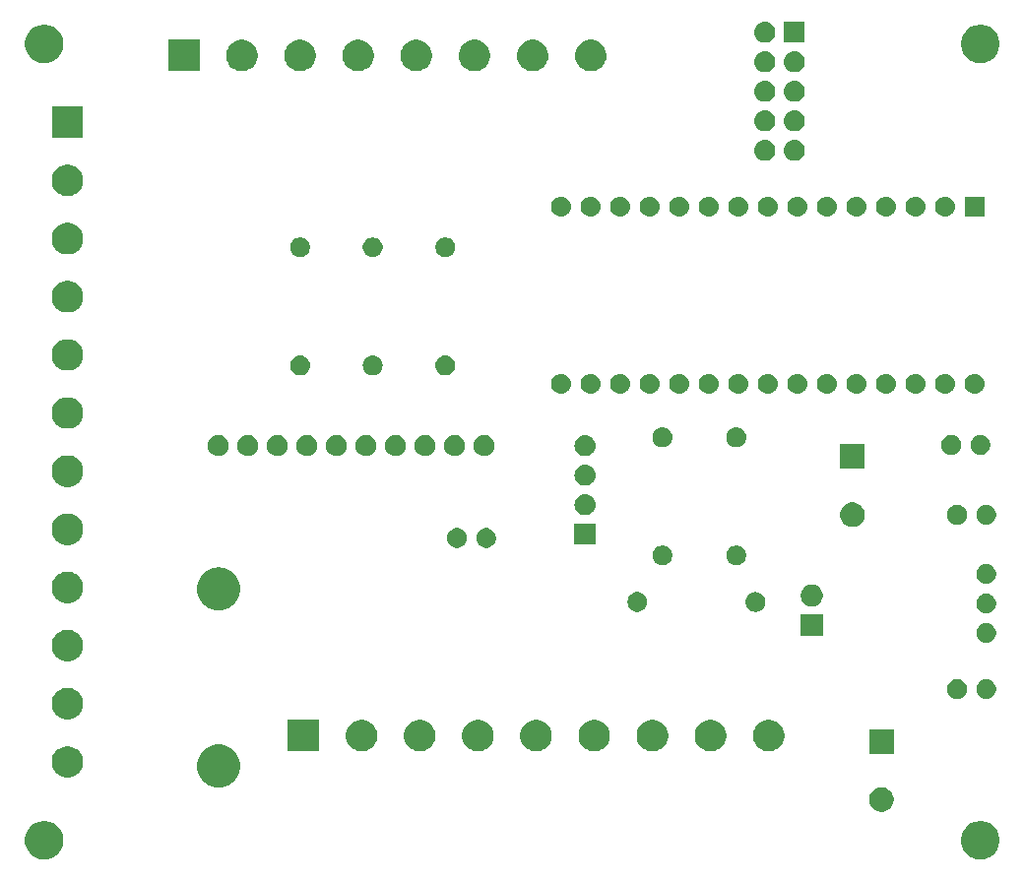
<source format=gbr>
G04 #@! TF.GenerationSoftware,KiCad,Pcbnew,(5.1.2)-2*
G04 #@! TF.CreationDate,2020-02-16T13:47:15-06:00*
G04 #@! TF.ProjectId,AutoSteer7,4175746f-5374-4656-9572-372e6b696361,rev?*
G04 #@! TF.SameCoordinates,Original*
G04 #@! TF.FileFunction,Soldermask,Top*
G04 #@! TF.FilePolarity,Negative*
%FSLAX46Y46*%
G04 Gerber Fmt 4.6, Leading zero omitted, Abs format (unit mm)*
G04 Created by KiCad (PCBNEW (5.1.2)-2) date 2020-02-16 13:47:15*
%MOMM*%
%LPD*%
G04 APERTURE LIST*
%ADD10C,0.100000*%
G04 APERTURE END LIST*
D10*
G36*
X164375256Y-129391298D02*
G01*
X164481579Y-129412447D01*
X164782042Y-129536903D01*
X165052451Y-129717585D01*
X165282415Y-129947549D01*
X165463097Y-130217958D01*
X165587553Y-130518421D01*
X165651000Y-130837391D01*
X165651000Y-131162609D01*
X165587553Y-131481579D01*
X165463097Y-131782042D01*
X165282415Y-132052451D01*
X165052451Y-132282415D01*
X164782042Y-132463097D01*
X164481579Y-132587553D01*
X164375256Y-132608702D01*
X164162611Y-132651000D01*
X163837389Y-132651000D01*
X163624744Y-132608702D01*
X163518421Y-132587553D01*
X163217958Y-132463097D01*
X162947549Y-132282415D01*
X162717585Y-132052451D01*
X162536903Y-131782042D01*
X162412447Y-131481579D01*
X162349000Y-131162609D01*
X162349000Y-130837391D01*
X162412447Y-130518421D01*
X162536903Y-130217958D01*
X162717585Y-129947549D01*
X162947549Y-129717585D01*
X163217958Y-129536903D01*
X163518421Y-129412447D01*
X163624744Y-129391298D01*
X163837389Y-129349000D01*
X164162611Y-129349000D01*
X164375256Y-129391298D01*
X164375256Y-129391298D01*
G37*
G36*
X83875256Y-129391298D02*
G01*
X83981579Y-129412447D01*
X84282042Y-129536903D01*
X84552451Y-129717585D01*
X84782415Y-129947549D01*
X84963097Y-130217958D01*
X85087553Y-130518421D01*
X85151000Y-130837391D01*
X85151000Y-131162609D01*
X85087553Y-131481579D01*
X84963097Y-131782042D01*
X84782415Y-132052451D01*
X84552451Y-132282415D01*
X84282042Y-132463097D01*
X83981579Y-132587553D01*
X83875256Y-132608702D01*
X83662611Y-132651000D01*
X83337389Y-132651000D01*
X83124744Y-132608702D01*
X83018421Y-132587553D01*
X82717958Y-132463097D01*
X82447549Y-132282415D01*
X82217585Y-132052451D01*
X82036903Y-131782042D01*
X81912447Y-131481579D01*
X81849000Y-131162609D01*
X81849000Y-130837391D01*
X81912447Y-130518421D01*
X82036903Y-130217958D01*
X82217585Y-129947549D01*
X82447549Y-129717585D01*
X82717958Y-129536903D01*
X83018421Y-129412447D01*
X83124744Y-129391298D01*
X83337389Y-129349000D01*
X83662611Y-129349000D01*
X83875256Y-129391298D01*
X83875256Y-129391298D01*
G37*
G36*
X155806564Y-126489389D02*
G01*
X155997833Y-126568615D01*
X155997835Y-126568616D01*
X156169973Y-126683635D01*
X156316365Y-126830027D01*
X156431385Y-127002167D01*
X156510611Y-127193436D01*
X156551000Y-127396484D01*
X156551000Y-127603516D01*
X156510611Y-127806564D01*
X156431385Y-127997833D01*
X156431384Y-127997835D01*
X156316365Y-128169973D01*
X156169973Y-128316365D01*
X155997835Y-128431384D01*
X155997834Y-128431385D01*
X155997833Y-128431385D01*
X155806564Y-128510611D01*
X155603516Y-128551000D01*
X155396484Y-128551000D01*
X155193436Y-128510611D01*
X155002167Y-128431385D01*
X155002166Y-128431385D01*
X155002165Y-128431384D01*
X154830027Y-128316365D01*
X154683635Y-128169973D01*
X154568616Y-127997835D01*
X154568615Y-127997833D01*
X154489389Y-127806564D01*
X154449000Y-127603516D01*
X154449000Y-127396484D01*
X154489389Y-127193436D01*
X154568615Y-127002167D01*
X154683635Y-126830027D01*
X154830027Y-126683635D01*
X155002165Y-126568616D01*
X155002167Y-126568615D01*
X155193436Y-126489389D01*
X155396484Y-126449000D01*
X155603516Y-126449000D01*
X155806564Y-126489389D01*
X155806564Y-126489389D01*
G37*
G36*
X99040092Y-122839556D02*
G01*
X99377061Y-122979133D01*
X99680326Y-123181768D01*
X99938232Y-123439674D01*
X100140867Y-123742939D01*
X100280444Y-124079908D01*
X100351600Y-124437633D01*
X100351600Y-124802367D01*
X100280444Y-125160092D01*
X100140867Y-125497061D01*
X99938232Y-125800326D01*
X99680326Y-126058232D01*
X99377061Y-126260867D01*
X99040092Y-126400444D01*
X98861229Y-126436022D01*
X98682368Y-126471600D01*
X98317632Y-126471600D01*
X98138771Y-126436022D01*
X97959908Y-126400444D01*
X97622939Y-126260867D01*
X97319674Y-126058232D01*
X97061768Y-125800326D01*
X96859133Y-125497061D01*
X96719556Y-125160092D01*
X96648400Y-124802367D01*
X96648400Y-124437633D01*
X96719556Y-124079908D01*
X96859133Y-123742939D01*
X97061768Y-123439674D01*
X97319674Y-123181768D01*
X97622939Y-122979133D01*
X97959908Y-122839556D01*
X98317632Y-122768400D01*
X98682368Y-122768400D01*
X99040092Y-122839556D01*
X99040092Y-122839556D01*
G37*
G36*
X85894072Y-122950918D02*
G01*
X86131806Y-123049390D01*
X86139939Y-123052759D01*
X86251328Y-123127187D01*
X86361211Y-123200609D01*
X86549391Y-123388789D01*
X86697242Y-123610063D01*
X86799082Y-123855928D01*
X86851000Y-124116937D01*
X86851000Y-124383063D01*
X86840145Y-124437633D01*
X86799082Y-124644072D01*
X86697241Y-124889939D01*
X86549390Y-125111212D01*
X86361212Y-125299390D01*
X86139939Y-125447241D01*
X86139938Y-125447242D01*
X86139937Y-125447242D01*
X85894072Y-125549082D01*
X85633063Y-125601000D01*
X85366937Y-125601000D01*
X85105928Y-125549082D01*
X84860063Y-125447242D01*
X84860062Y-125447242D01*
X84860061Y-125447241D01*
X84638788Y-125299390D01*
X84450610Y-125111212D01*
X84302759Y-124889939D01*
X84200918Y-124644072D01*
X84159855Y-124437633D01*
X84149000Y-124383063D01*
X84149000Y-124116937D01*
X84200918Y-123855928D01*
X84302758Y-123610063D01*
X84450609Y-123388789D01*
X84638789Y-123200609D01*
X84748672Y-123127187D01*
X84860061Y-123052759D01*
X84868195Y-123049390D01*
X85105928Y-122950918D01*
X85366937Y-122899000D01*
X85633063Y-122899000D01*
X85894072Y-122950918D01*
X85894072Y-122950918D01*
G37*
G36*
X156551000Y-123551000D02*
G01*
X154449000Y-123551000D01*
X154449000Y-121449000D01*
X156551000Y-121449000D01*
X156551000Y-123551000D01*
X156551000Y-123551000D01*
G37*
G36*
X116191672Y-120700918D02*
G01*
X116437539Y-120802759D01*
X116548928Y-120877187D01*
X116658811Y-120950609D01*
X116846991Y-121138789D01*
X116994842Y-121360063D01*
X117096682Y-121605928D01*
X117148600Y-121866937D01*
X117148600Y-122133063D01*
X117096682Y-122394072D01*
X116994842Y-122639937D01*
X116846991Y-122861211D01*
X116658811Y-123049391D01*
X116653770Y-123052759D01*
X116437539Y-123197241D01*
X116437538Y-123197242D01*
X116437537Y-123197242D01*
X116191672Y-123299082D01*
X115930663Y-123351000D01*
X115664537Y-123351000D01*
X115403528Y-123299082D01*
X115157663Y-123197242D01*
X115157662Y-123197242D01*
X115157661Y-123197241D01*
X114941430Y-123052759D01*
X114936389Y-123049391D01*
X114748209Y-122861211D01*
X114600358Y-122639937D01*
X114498518Y-122394072D01*
X114446600Y-122133063D01*
X114446600Y-121866937D01*
X114498518Y-121605928D01*
X114600358Y-121360063D01*
X114748209Y-121138789D01*
X114936389Y-120950609D01*
X115046272Y-120877187D01*
X115157661Y-120802759D01*
X115403528Y-120700918D01*
X115664537Y-120649000D01*
X115930663Y-120649000D01*
X116191672Y-120700918D01*
X116191672Y-120700918D01*
G37*
G36*
X111191672Y-120700918D02*
G01*
X111437539Y-120802759D01*
X111548928Y-120877187D01*
X111658811Y-120950609D01*
X111846991Y-121138789D01*
X111994842Y-121360063D01*
X112096682Y-121605928D01*
X112148600Y-121866937D01*
X112148600Y-122133063D01*
X112096682Y-122394072D01*
X111994842Y-122639937D01*
X111846991Y-122861211D01*
X111658811Y-123049391D01*
X111653770Y-123052759D01*
X111437539Y-123197241D01*
X111437538Y-123197242D01*
X111437537Y-123197242D01*
X111191672Y-123299082D01*
X110930663Y-123351000D01*
X110664537Y-123351000D01*
X110403528Y-123299082D01*
X110157663Y-123197242D01*
X110157662Y-123197242D01*
X110157661Y-123197241D01*
X109941430Y-123052759D01*
X109936389Y-123049391D01*
X109748209Y-122861211D01*
X109600358Y-122639937D01*
X109498518Y-122394072D01*
X109446600Y-122133063D01*
X109446600Y-121866937D01*
X109498518Y-121605928D01*
X109600358Y-121360063D01*
X109748209Y-121138789D01*
X109936389Y-120950609D01*
X110046272Y-120877187D01*
X110157661Y-120802759D01*
X110403528Y-120700918D01*
X110664537Y-120649000D01*
X110930663Y-120649000D01*
X111191672Y-120700918D01*
X111191672Y-120700918D01*
G37*
G36*
X107148600Y-123351000D02*
G01*
X104446600Y-123351000D01*
X104446600Y-120649000D01*
X107148600Y-120649000D01*
X107148600Y-123351000D01*
X107148600Y-123351000D01*
G37*
G36*
X121191672Y-120700918D02*
G01*
X121437539Y-120802759D01*
X121548928Y-120877187D01*
X121658811Y-120950609D01*
X121846991Y-121138789D01*
X121994842Y-121360063D01*
X122096682Y-121605928D01*
X122148600Y-121866937D01*
X122148600Y-122133063D01*
X122096682Y-122394072D01*
X121994842Y-122639937D01*
X121846991Y-122861211D01*
X121658811Y-123049391D01*
X121653770Y-123052759D01*
X121437539Y-123197241D01*
X121437538Y-123197242D01*
X121437537Y-123197242D01*
X121191672Y-123299082D01*
X120930663Y-123351000D01*
X120664537Y-123351000D01*
X120403528Y-123299082D01*
X120157663Y-123197242D01*
X120157662Y-123197242D01*
X120157661Y-123197241D01*
X119941430Y-123052759D01*
X119936389Y-123049391D01*
X119748209Y-122861211D01*
X119600358Y-122639937D01*
X119498518Y-122394072D01*
X119446600Y-122133063D01*
X119446600Y-121866937D01*
X119498518Y-121605928D01*
X119600358Y-121360063D01*
X119748209Y-121138789D01*
X119936389Y-120950609D01*
X120046272Y-120877187D01*
X120157661Y-120802759D01*
X120403528Y-120700918D01*
X120664537Y-120649000D01*
X120930663Y-120649000D01*
X121191672Y-120700918D01*
X121191672Y-120700918D01*
G37*
G36*
X126191672Y-120700918D02*
G01*
X126437539Y-120802759D01*
X126548928Y-120877187D01*
X126658811Y-120950609D01*
X126846991Y-121138789D01*
X126994842Y-121360063D01*
X127096682Y-121605928D01*
X127148600Y-121866937D01*
X127148600Y-122133063D01*
X127096682Y-122394072D01*
X126994842Y-122639937D01*
X126846991Y-122861211D01*
X126658811Y-123049391D01*
X126653770Y-123052759D01*
X126437539Y-123197241D01*
X126437538Y-123197242D01*
X126437537Y-123197242D01*
X126191672Y-123299082D01*
X125930663Y-123351000D01*
X125664537Y-123351000D01*
X125403528Y-123299082D01*
X125157663Y-123197242D01*
X125157662Y-123197242D01*
X125157661Y-123197241D01*
X124941430Y-123052759D01*
X124936389Y-123049391D01*
X124748209Y-122861211D01*
X124600358Y-122639937D01*
X124498518Y-122394072D01*
X124446600Y-122133063D01*
X124446600Y-121866937D01*
X124498518Y-121605928D01*
X124600358Y-121360063D01*
X124748209Y-121138789D01*
X124936389Y-120950609D01*
X125046272Y-120877187D01*
X125157661Y-120802759D01*
X125403528Y-120700918D01*
X125664537Y-120649000D01*
X125930663Y-120649000D01*
X126191672Y-120700918D01*
X126191672Y-120700918D01*
G37*
G36*
X131191672Y-120700918D02*
G01*
X131437539Y-120802759D01*
X131548928Y-120877187D01*
X131658811Y-120950609D01*
X131846991Y-121138789D01*
X131994842Y-121360063D01*
X132096682Y-121605928D01*
X132148600Y-121866937D01*
X132148600Y-122133063D01*
X132096682Y-122394072D01*
X131994842Y-122639937D01*
X131846991Y-122861211D01*
X131658811Y-123049391D01*
X131653770Y-123052759D01*
X131437539Y-123197241D01*
X131437538Y-123197242D01*
X131437537Y-123197242D01*
X131191672Y-123299082D01*
X130930663Y-123351000D01*
X130664537Y-123351000D01*
X130403528Y-123299082D01*
X130157663Y-123197242D01*
X130157662Y-123197242D01*
X130157661Y-123197241D01*
X129941430Y-123052759D01*
X129936389Y-123049391D01*
X129748209Y-122861211D01*
X129600358Y-122639937D01*
X129498518Y-122394072D01*
X129446600Y-122133063D01*
X129446600Y-121866937D01*
X129498518Y-121605928D01*
X129600358Y-121360063D01*
X129748209Y-121138789D01*
X129936389Y-120950609D01*
X130046272Y-120877187D01*
X130157661Y-120802759D01*
X130403528Y-120700918D01*
X130664537Y-120649000D01*
X130930663Y-120649000D01*
X131191672Y-120700918D01*
X131191672Y-120700918D01*
G37*
G36*
X136191672Y-120700918D02*
G01*
X136437539Y-120802759D01*
X136548928Y-120877187D01*
X136658811Y-120950609D01*
X136846991Y-121138789D01*
X136994842Y-121360063D01*
X137096682Y-121605928D01*
X137148600Y-121866937D01*
X137148600Y-122133063D01*
X137096682Y-122394072D01*
X136994842Y-122639937D01*
X136846991Y-122861211D01*
X136658811Y-123049391D01*
X136653770Y-123052759D01*
X136437539Y-123197241D01*
X136437538Y-123197242D01*
X136437537Y-123197242D01*
X136191672Y-123299082D01*
X135930663Y-123351000D01*
X135664537Y-123351000D01*
X135403528Y-123299082D01*
X135157663Y-123197242D01*
X135157662Y-123197242D01*
X135157661Y-123197241D01*
X134941430Y-123052759D01*
X134936389Y-123049391D01*
X134748209Y-122861211D01*
X134600358Y-122639937D01*
X134498518Y-122394072D01*
X134446600Y-122133063D01*
X134446600Y-121866937D01*
X134498518Y-121605928D01*
X134600358Y-121360063D01*
X134748209Y-121138789D01*
X134936389Y-120950609D01*
X135046272Y-120877187D01*
X135157661Y-120802759D01*
X135403528Y-120700918D01*
X135664537Y-120649000D01*
X135930663Y-120649000D01*
X136191672Y-120700918D01*
X136191672Y-120700918D01*
G37*
G36*
X141191672Y-120700918D02*
G01*
X141437539Y-120802759D01*
X141548928Y-120877187D01*
X141658811Y-120950609D01*
X141846991Y-121138789D01*
X141994842Y-121360063D01*
X142096682Y-121605928D01*
X142148600Y-121866937D01*
X142148600Y-122133063D01*
X142096682Y-122394072D01*
X141994842Y-122639937D01*
X141846991Y-122861211D01*
X141658811Y-123049391D01*
X141653770Y-123052759D01*
X141437539Y-123197241D01*
X141437538Y-123197242D01*
X141437537Y-123197242D01*
X141191672Y-123299082D01*
X140930663Y-123351000D01*
X140664537Y-123351000D01*
X140403528Y-123299082D01*
X140157663Y-123197242D01*
X140157662Y-123197242D01*
X140157661Y-123197241D01*
X139941430Y-123052759D01*
X139936389Y-123049391D01*
X139748209Y-122861211D01*
X139600358Y-122639937D01*
X139498518Y-122394072D01*
X139446600Y-122133063D01*
X139446600Y-121866937D01*
X139498518Y-121605928D01*
X139600358Y-121360063D01*
X139748209Y-121138789D01*
X139936389Y-120950609D01*
X140046272Y-120877187D01*
X140157661Y-120802759D01*
X140403528Y-120700918D01*
X140664537Y-120649000D01*
X140930663Y-120649000D01*
X141191672Y-120700918D01*
X141191672Y-120700918D01*
G37*
G36*
X146191672Y-120700918D02*
G01*
X146437539Y-120802759D01*
X146548928Y-120877187D01*
X146658811Y-120950609D01*
X146846991Y-121138789D01*
X146994842Y-121360063D01*
X147096682Y-121605928D01*
X147148600Y-121866937D01*
X147148600Y-122133063D01*
X147096682Y-122394072D01*
X146994842Y-122639937D01*
X146846991Y-122861211D01*
X146658811Y-123049391D01*
X146653770Y-123052759D01*
X146437539Y-123197241D01*
X146437538Y-123197242D01*
X146437537Y-123197242D01*
X146191672Y-123299082D01*
X145930663Y-123351000D01*
X145664537Y-123351000D01*
X145403528Y-123299082D01*
X145157663Y-123197242D01*
X145157662Y-123197242D01*
X145157661Y-123197241D01*
X144941430Y-123052759D01*
X144936389Y-123049391D01*
X144748209Y-122861211D01*
X144600358Y-122639937D01*
X144498518Y-122394072D01*
X144446600Y-122133063D01*
X144446600Y-121866937D01*
X144498518Y-121605928D01*
X144600358Y-121360063D01*
X144748209Y-121138789D01*
X144936389Y-120950609D01*
X145046272Y-120877187D01*
X145157661Y-120802759D01*
X145403528Y-120700918D01*
X145664537Y-120649000D01*
X145930663Y-120649000D01*
X146191672Y-120700918D01*
X146191672Y-120700918D01*
G37*
G36*
X85894072Y-117950918D02*
G01*
X86139939Y-118052759D01*
X86361212Y-118200610D01*
X86549390Y-118388788D01*
X86697241Y-118610061D01*
X86799082Y-118855928D01*
X86851000Y-119116938D01*
X86851000Y-119383062D01*
X86799082Y-119644072D01*
X86697241Y-119889939D01*
X86549390Y-120111212D01*
X86361212Y-120299390D01*
X86139939Y-120447241D01*
X86139938Y-120447242D01*
X86139937Y-120447242D01*
X85894072Y-120549082D01*
X85633063Y-120601000D01*
X85366937Y-120601000D01*
X85105928Y-120549082D01*
X84860063Y-120447242D01*
X84860062Y-120447242D01*
X84860061Y-120447241D01*
X84638788Y-120299390D01*
X84450610Y-120111212D01*
X84302759Y-119889939D01*
X84200918Y-119644072D01*
X84149000Y-119383062D01*
X84149000Y-119116938D01*
X84200918Y-118855928D01*
X84302759Y-118610061D01*
X84450610Y-118388788D01*
X84638788Y-118200610D01*
X84860061Y-118052759D01*
X85105928Y-117950918D01*
X85366937Y-117899000D01*
X85633063Y-117899000D01*
X85894072Y-117950918D01*
X85894072Y-117950918D01*
G37*
G36*
X162248228Y-117181703D02*
G01*
X162403100Y-117245853D01*
X162542481Y-117338985D01*
X162661015Y-117457519D01*
X162754147Y-117596900D01*
X162818297Y-117751772D01*
X162851000Y-117916184D01*
X162851000Y-118083816D01*
X162818297Y-118248228D01*
X162754147Y-118403100D01*
X162661015Y-118542481D01*
X162542481Y-118661015D01*
X162403100Y-118754147D01*
X162248228Y-118818297D01*
X162083816Y-118851000D01*
X161916184Y-118851000D01*
X161751772Y-118818297D01*
X161596900Y-118754147D01*
X161457519Y-118661015D01*
X161338985Y-118542481D01*
X161245853Y-118403100D01*
X161181703Y-118248228D01*
X161149000Y-118083816D01*
X161149000Y-117916184D01*
X161181703Y-117751772D01*
X161245853Y-117596900D01*
X161338985Y-117457519D01*
X161457519Y-117338985D01*
X161596900Y-117245853D01*
X161751772Y-117181703D01*
X161916184Y-117149000D01*
X162083816Y-117149000D01*
X162248228Y-117181703D01*
X162248228Y-117181703D01*
G37*
G36*
X164748228Y-117181703D02*
G01*
X164903100Y-117245853D01*
X165042481Y-117338985D01*
X165161015Y-117457519D01*
X165254147Y-117596900D01*
X165318297Y-117751772D01*
X165351000Y-117916184D01*
X165351000Y-118083816D01*
X165318297Y-118248228D01*
X165254147Y-118403100D01*
X165161015Y-118542481D01*
X165042481Y-118661015D01*
X164903100Y-118754147D01*
X164748228Y-118818297D01*
X164583816Y-118851000D01*
X164416184Y-118851000D01*
X164251772Y-118818297D01*
X164096900Y-118754147D01*
X163957519Y-118661015D01*
X163838985Y-118542481D01*
X163745853Y-118403100D01*
X163681703Y-118248228D01*
X163649000Y-118083816D01*
X163649000Y-117916184D01*
X163681703Y-117751772D01*
X163745853Y-117596900D01*
X163838985Y-117457519D01*
X163957519Y-117338985D01*
X164096900Y-117245853D01*
X164251772Y-117181703D01*
X164416184Y-117149000D01*
X164583816Y-117149000D01*
X164748228Y-117181703D01*
X164748228Y-117181703D01*
G37*
G36*
X85720694Y-112916431D02*
G01*
X85894072Y-112950918D01*
X86139939Y-113052759D01*
X86361212Y-113200610D01*
X86549390Y-113388788D01*
X86666418Y-113563931D01*
X86697242Y-113610063D01*
X86784337Y-113820331D01*
X86799082Y-113855928D01*
X86851000Y-114116938D01*
X86851000Y-114383062D01*
X86799082Y-114644072D01*
X86697241Y-114889939D01*
X86549390Y-115111212D01*
X86361212Y-115299390D01*
X86139939Y-115447241D01*
X86139938Y-115447242D01*
X86139937Y-115447242D01*
X85894072Y-115549082D01*
X85633063Y-115601000D01*
X85366937Y-115601000D01*
X85105928Y-115549082D01*
X84860063Y-115447242D01*
X84860062Y-115447242D01*
X84860061Y-115447241D01*
X84638788Y-115299390D01*
X84450610Y-115111212D01*
X84302759Y-114889939D01*
X84200918Y-114644072D01*
X84149000Y-114383062D01*
X84149000Y-114116938D01*
X84200918Y-113855928D01*
X84215663Y-113820331D01*
X84302758Y-113610063D01*
X84333583Y-113563931D01*
X84450610Y-113388788D01*
X84638788Y-113200610D01*
X84860061Y-113052759D01*
X85105928Y-112950918D01*
X85279306Y-112916431D01*
X85366937Y-112899000D01*
X85633063Y-112899000D01*
X85720694Y-112916431D01*
X85720694Y-112916431D01*
G37*
G36*
X164746768Y-112349711D02*
G01*
X164900729Y-112413484D01*
X164900731Y-112413485D01*
X165039293Y-112506069D01*
X165157131Y-112623907D01*
X165249716Y-112762471D01*
X165313489Y-112916432D01*
X165346000Y-113079875D01*
X165346000Y-113246525D01*
X165313489Y-113409968D01*
X165249716Y-113563929D01*
X165249715Y-113563931D01*
X165157131Y-113702493D01*
X165039293Y-113820331D01*
X164900731Y-113912915D01*
X164900730Y-113912916D01*
X164900729Y-113912916D01*
X164746768Y-113976689D01*
X164583325Y-114009200D01*
X164416675Y-114009200D01*
X164253232Y-113976689D01*
X164099271Y-113912916D01*
X164099270Y-113912916D01*
X164099269Y-113912915D01*
X163960707Y-113820331D01*
X163842869Y-113702493D01*
X163750285Y-113563931D01*
X163750284Y-113563929D01*
X163686511Y-113409968D01*
X163654000Y-113246525D01*
X163654000Y-113079875D01*
X163686511Y-112916432D01*
X163750284Y-112762471D01*
X163842869Y-112623907D01*
X163960707Y-112506069D01*
X164099269Y-112413485D01*
X164099271Y-112413484D01*
X164253232Y-112349711D01*
X164416675Y-112317200D01*
X164583325Y-112317200D01*
X164746768Y-112349711D01*
X164746768Y-112349711D01*
G37*
G36*
X150451000Y-113451000D02*
G01*
X148549000Y-113451000D01*
X148549000Y-111549000D01*
X150451000Y-111549000D01*
X150451000Y-113451000D01*
X150451000Y-113451000D01*
G37*
G36*
X164746768Y-109809711D02*
G01*
X164900729Y-109873484D01*
X164900731Y-109873485D01*
X164970482Y-109920091D01*
X165039293Y-109966069D01*
X165157131Y-110083907D01*
X165249716Y-110222471D01*
X165313489Y-110376432D01*
X165346000Y-110539875D01*
X165346000Y-110706525D01*
X165313489Y-110869968D01*
X165269951Y-110975078D01*
X165249715Y-111023931D01*
X165157131Y-111162493D01*
X165039293Y-111280331D01*
X164900731Y-111372915D01*
X164900730Y-111372916D01*
X164900729Y-111372916D01*
X164746768Y-111436689D01*
X164583325Y-111469200D01*
X164416675Y-111469200D01*
X164253232Y-111436689D01*
X164099271Y-111372916D01*
X164099270Y-111372916D01*
X164099269Y-111372915D01*
X163960707Y-111280331D01*
X163842869Y-111162493D01*
X163750285Y-111023931D01*
X163730049Y-110975078D01*
X163686511Y-110869968D01*
X163654000Y-110706525D01*
X163654000Y-110539875D01*
X163686511Y-110376432D01*
X163750284Y-110222471D01*
X163842869Y-110083907D01*
X163960707Y-109966069D01*
X164029518Y-109920091D01*
X164099269Y-109873485D01*
X164099271Y-109873484D01*
X164253232Y-109809711D01*
X164416675Y-109777200D01*
X164583325Y-109777200D01*
X164746768Y-109809711D01*
X164746768Y-109809711D01*
G37*
G36*
X134748228Y-109681703D02*
G01*
X134903100Y-109745853D01*
X135042481Y-109838985D01*
X135161015Y-109957519D01*
X135254147Y-110096900D01*
X135318297Y-110251772D01*
X135351000Y-110416184D01*
X135351000Y-110583816D01*
X135318297Y-110748228D01*
X135254147Y-110903100D01*
X135161015Y-111042481D01*
X135042481Y-111161015D01*
X134903100Y-111254147D01*
X134748228Y-111318297D01*
X134583816Y-111351000D01*
X134416184Y-111351000D01*
X134251772Y-111318297D01*
X134096900Y-111254147D01*
X133957519Y-111161015D01*
X133838985Y-111042481D01*
X133745853Y-110903100D01*
X133681703Y-110748228D01*
X133649000Y-110583816D01*
X133649000Y-110416184D01*
X133681703Y-110251772D01*
X133745853Y-110096900D01*
X133838985Y-109957519D01*
X133957519Y-109838985D01*
X134096900Y-109745853D01*
X134251772Y-109681703D01*
X134416184Y-109649000D01*
X134583816Y-109649000D01*
X134748228Y-109681703D01*
X134748228Y-109681703D01*
G37*
G36*
X144826823Y-109661313D02*
G01*
X144987242Y-109709976D01*
X145054361Y-109745852D01*
X145135078Y-109788996D01*
X145264659Y-109895341D01*
X145371004Y-110024922D01*
X145371005Y-110024924D01*
X145450024Y-110172758D01*
X145498687Y-110333177D01*
X145515117Y-110500000D01*
X145498687Y-110666823D01*
X145450024Y-110827242D01*
X145409477Y-110903100D01*
X145371004Y-110975078D01*
X145264659Y-111104659D01*
X145135078Y-111211004D01*
X145135076Y-111211005D01*
X144987242Y-111290024D01*
X144826823Y-111338687D01*
X144701804Y-111351000D01*
X144618196Y-111351000D01*
X144493177Y-111338687D01*
X144332758Y-111290024D01*
X144184924Y-111211005D01*
X144184922Y-111211004D01*
X144055341Y-111104659D01*
X143948996Y-110975078D01*
X143910523Y-110903100D01*
X143869976Y-110827242D01*
X143821313Y-110666823D01*
X143804883Y-110500000D01*
X143821313Y-110333177D01*
X143869976Y-110172758D01*
X143948995Y-110024924D01*
X143948996Y-110024922D01*
X144055341Y-109895341D01*
X144184922Y-109788996D01*
X144265639Y-109745852D01*
X144332758Y-109709976D01*
X144493177Y-109661313D01*
X144618196Y-109649000D01*
X144701804Y-109649000D01*
X144826823Y-109661313D01*
X144826823Y-109661313D01*
G37*
G36*
X98760326Y-107543907D02*
G01*
X99040092Y-107599556D01*
X99377061Y-107739133D01*
X99680326Y-107941768D01*
X99938232Y-108199674D01*
X100140867Y-108502939D01*
X100280444Y-108839908D01*
X100351600Y-109197633D01*
X100351600Y-109562367D01*
X100280444Y-109920092D01*
X100140867Y-110257061D01*
X99938232Y-110560326D01*
X99680326Y-110818232D01*
X99377061Y-111020867D01*
X99040092Y-111160444D01*
X98861229Y-111196022D01*
X98682368Y-111231600D01*
X98317632Y-111231600D01*
X98138771Y-111196022D01*
X97959908Y-111160444D01*
X97622939Y-111020867D01*
X97319674Y-110818232D01*
X97061768Y-110560326D01*
X96859133Y-110257061D01*
X96719556Y-109920092D01*
X96648400Y-109562367D01*
X96648400Y-109197633D01*
X96719556Y-108839908D01*
X96859133Y-108502939D01*
X97061768Y-108199674D01*
X97319674Y-107941768D01*
X97622939Y-107739133D01*
X97959908Y-107599556D01*
X98239674Y-107543907D01*
X98317632Y-107528400D01*
X98682368Y-107528400D01*
X98760326Y-107543907D01*
X98760326Y-107543907D01*
G37*
G36*
X149777395Y-109045546D02*
G01*
X149950466Y-109117234D01*
X149950467Y-109117235D01*
X150106227Y-109221310D01*
X150238690Y-109353773D01*
X150238691Y-109353775D01*
X150342766Y-109509534D01*
X150414454Y-109682605D01*
X150451000Y-109866333D01*
X150451000Y-110053667D01*
X150414454Y-110237395D01*
X150342766Y-110410466D01*
X150318194Y-110447241D01*
X150238690Y-110566227D01*
X150106227Y-110698690D01*
X150094501Y-110706525D01*
X149950466Y-110802766D01*
X149777395Y-110874454D01*
X149593667Y-110911000D01*
X149406333Y-110911000D01*
X149222605Y-110874454D01*
X149049534Y-110802766D01*
X148905499Y-110706525D01*
X148893773Y-110698690D01*
X148761310Y-110566227D01*
X148681806Y-110447241D01*
X148657234Y-110410466D01*
X148585546Y-110237395D01*
X148549000Y-110053667D01*
X148549000Y-109866333D01*
X148585546Y-109682605D01*
X148657234Y-109509534D01*
X148761309Y-109353775D01*
X148761310Y-109353773D01*
X148893773Y-109221310D01*
X149049533Y-109117235D01*
X149049534Y-109117234D01*
X149222605Y-109045546D01*
X149406333Y-109009000D01*
X149593667Y-109009000D01*
X149777395Y-109045546D01*
X149777395Y-109045546D01*
G37*
G36*
X85848072Y-107941768D02*
G01*
X85894072Y-107950918D01*
X86139939Y-108052759D01*
X86251328Y-108127187D01*
X86361211Y-108200609D01*
X86549391Y-108388789D01*
X86697242Y-108610063D01*
X86799082Y-108855928D01*
X86851000Y-109116937D01*
X86851000Y-109383063D01*
X86799082Y-109644072D01*
X86704057Y-109873485D01*
X86697241Y-109889939D01*
X86549390Y-110111212D01*
X86361212Y-110299390D01*
X86139939Y-110447241D01*
X86139938Y-110447242D01*
X86139937Y-110447242D01*
X85894072Y-110549082D01*
X85633063Y-110601000D01*
X85366937Y-110601000D01*
X85105928Y-110549082D01*
X84860063Y-110447242D01*
X84860062Y-110447242D01*
X84860061Y-110447241D01*
X84638788Y-110299390D01*
X84450610Y-110111212D01*
X84302759Y-109889939D01*
X84295944Y-109873485D01*
X84200918Y-109644072D01*
X84149000Y-109383063D01*
X84149000Y-109116937D01*
X84200918Y-108855928D01*
X84302758Y-108610063D01*
X84450609Y-108388789D01*
X84638789Y-108200609D01*
X84748672Y-108127187D01*
X84860061Y-108052759D01*
X85105928Y-107950918D01*
X85151928Y-107941768D01*
X85366937Y-107899000D01*
X85633063Y-107899000D01*
X85848072Y-107941768D01*
X85848072Y-107941768D01*
G37*
G36*
X164746768Y-107269711D02*
G01*
X164864064Y-107318297D01*
X164900731Y-107333485D01*
X164926944Y-107351000D01*
X165039293Y-107426069D01*
X165157131Y-107543907D01*
X165249716Y-107682471D01*
X165313489Y-107836432D01*
X165346000Y-107999875D01*
X165346000Y-108166525D01*
X165313489Y-108329968D01*
X165289124Y-108388789D01*
X165249715Y-108483931D01*
X165157131Y-108622493D01*
X165039293Y-108740331D01*
X164900731Y-108832915D01*
X164900730Y-108832916D01*
X164900729Y-108832916D01*
X164746768Y-108896689D01*
X164583325Y-108929200D01*
X164416675Y-108929200D01*
X164253232Y-108896689D01*
X164099271Y-108832916D01*
X164099270Y-108832916D01*
X164099269Y-108832915D01*
X163960707Y-108740331D01*
X163842869Y-108622493D01*
X163750285Y-108483931D01*
X163710876Y-108388789D01*
X163686511Y-108329968D01*
X163654000Y-108166525D01*
X163654000Y-107999875D01*
X163686511Y-107836432D01*
X163750284Y-107682471D01*
X163842869Y-107543907D01*
X163960707Y-107426069D01*
X164073056Y-107351000D01*
X164099269Y-107333485D01*
X164135936Y-107318297D01*
X164253232Y-107269711D01*
X164416675Y-107237200D01*
X164583325Y-107237200D01*
X164746768Y-107269711D01*
X164746768Y-107269711D01*
G37*
G36*
X143248228Y-105681703D02*
G01*
X143403100Y-105745853D01*
X143542481Y-105838985D01*
X143661015Y-105957519D01*
X143754147Y-106096900D01*
X143818297Y-106251772D01*
X143851000Y-106416184D01*
X143851000Y-106583816D01*
X143818297Y-106748228D01*
X143754147Y-106903100D01*
X143661015Y-107042481D01*
X143542481Y-107161015D01*
X143403100Y-107254147D01*
X143248228Y-107318297D01*
X143083816Y-107351000D01*
X142916184Y-107351000D01*
X142751772Y-107318297D01*
X142596900Y-107254147D01*
X142457519Y-107161015D01*
X142338985Y-107042481D01*
X142245853Y-106903100D01*
X142181703Y-106748228D01*
X142149000Y-106583816D01*
X142149000Y-106416184D01*
X142181703Y-106251772D01*
X142245853Y-106096900D01*
X142338985Y-105957519D01*
X142457519Y-105838985D01*
X142596900Y-105745853D01*
X142751772Y-105681703D01*
X142916184Y-105649000D01*
X143083816Y-105649000D01*
X143248228Y-105681703D01*
X143248228Y-105681703D01*
G37*
G36*
X136898228Y-105681703D02*
G01*
X137053100Y-105745853D01*
X137192481Y-105838985D01*
X137311015Y-105957519D01*
X137404147Y-106096900D01*
X137468297Y-106251772D01*
X137501000Y-106416184D01*
X137501000Y-106583816D01*
X137468297Y-106748228D01*
X137404147Y-106903100D01*
X137311015Y-107042481D01*
X137192481Y-107161015D01*
X137053100Y-107254147D01*
X136898228Y-107318297D01*
X136733816Y-107351000D01*
X136566184Y-107351000D01*
X136401772Y-107318297D01*
X136246900Y-107254147D01*
X136107519Y-107161015D01*
X135988985Y-107042481D01*
X135895853Y-106903100D01*
X135831703Y-106748228D01*
X135799000Y-106583816D01*
X135799000Y-106416184D01*
X135831703Y-106251772D01*
X135895853Y-106096900D01*
X135988985Y-105957519D01*
X136107519Y-105838985D01*
X136246900Y-105745853D01*
X136401772Y-105681703D01*
X136566184Y-105649000D01*
X136733816Y-105649000D01*
X136898228Y-105681703D01*
X136898228Y-105681703D01*
G37*
G36*
X119248228Y-104181703D02*
G01*
X119403100Y-104245853D01*
X119542481Y-104338985D01*
X119661015Y-104457519D01*
X119754147Y-104596900D01*
X119818297Y-104751772D01*
X119851000Y-104916184D01*
X119851000Y-105083816D01*
X119818297Y-105248228D01*
X119754147Y-105403100D01*
X119661015Y-105542481D01*
X119542481Y-105661015D01*
X119403100Y-105754147D01*
X119248228Y-105818297D01*
X119083816Y-105851000D01*
X118916184Y-105851000D01*
X118751772Y-105818297D01*
X118596900Y-105754147D01*
X118457519Y-105661015D01*
X118338985Y-105542481D01*
X118245853Y-105403100D01*
X118181703Y-105248228D01*
X118149000Y-105083816D01*
X118149000Y-104916184D01*
X118181703Y-104751772D01*
X118245853Y-104596900D01*
X118338985Y-104457519D01*
X118457519Y-104338985D01*
X118596900Y-104245853D01*
X118751772Y-104181703D01*
X118916184Y-104149000D01*
X119083816Y-104149000D01*
X119248228Y-104181703D01*
X119248228Y-104181703D01*
G37*
G36*
X121748228Y-104181703D02*
G01*
X121903100Y-104245853D01*
X122042481Y-104338985D01*
X122161015Y-104457519D01*
X122254147Y-104596900D01*
X122318297Y-104751772D01*
X122351000Y-104916184D01*
X122351000Y-105083816D01*
X122318297Y-105248228D01*
X122254147Y-105403100D01*
X122161015Y-105542481D01*
X122042481Y-105661015D01*
X121903100Y-105754147D01*
X121748228Y-105818297D01*
X121583816Y-105851000D01*
X121416184Y-105851000D01*
X121251772Y-105818297D01*
X121096900Y-105754147D01*
X120957519Y-105661015D01*
X120838985Y-105542481D01*
X120745853Y-105403100D01*
X120681703Y-105248228D01*
X120649000Y-105083816D01*
X120649000Y-104916184D01*
X120681703Y-104751772D01*
X120745853Y-104596900D01*
X120838985Y-104457519D01*
X120957519Y-104338985D01*
X121096900Y-104245853D01*
X121251772Y-104181703D01*
X121416184Y-104149000D01*
X121583816Y-104149000D01*
X121748228Y-104181703D01*
X121748228Y-104181703D01*
G37*
G36*
X85894072Y-102950918D02*
G01*
X86135693Y-103051000D01*
X86139939Y-103052759D01*
X86251328Y-103127187D01*
X86361211Y-103200609D01*
X86549391Y-103388789D01*
X86697242Y-103610063D01*
X86799082Y-103855928D01*
X86851000Y-104116937D01*
X86851000Y-104383063D01*
X86799082Y-104644072D01*
X86697241Y-104889939D01*
X86549390Y-105111212D01*
X86361212Y-105299390D01*
X86139939Y-105447241D01*
X86139938Y-105447242D01*
X86139937Y-105447242D01*
X85894072Y-105549082D01*
X85633063Y-105601000D01*
X85366937Y-105601000D01*
X85105928Y-105549082D01*
X84860063Y-105447242D01*
X84860062Y-105447242D01*
X84860061Y-105447241D01*
X84638788Y-105299390D01*
X84450610Y-105111212D01*
X84302759Y-104889939D01*
X84200918Y-104644072D01*
X84149000Y-104383063D01*
X84149000Y-104116937D01*
X84200918Y-103855928D01*
X84302758Y-103610063D01*
X84450609Y-103388789D01*
X84638789Y-103200609D01*
X84748672Y-103127187D01*
X84860061Y-103052759D01*
X84864308Y-103051000D01*
X85105928Y-102950918D01*
X85366937Y-102899000D01*
X85633063Y-102899000D01*
X85894072Y-102950918D01*
X85894072Y-102950918D01*
G37*
G36*
X130901000Y-105591000D02*
G01*
X129099000Y-105591000D01*
X129099000Y-103789000D01*
X130901000Y-103789000D01*
X130901000Y-105591000D01*
X130901000Y-105591000D01*
G37*
G36*
X153301563Y-101989389D02*
G01*
X153492832Y-102068615D01*
X153492834Y-102068616D01*
X153613137Y-102149000D01*
X153664972Y-102183635D01*
X153811364Y-102330027D01*
X153926384Y-102502167D01*
X154005610Y-102693436D01*
X154045999Y-102896484D01*
X154045999Y-103103516D01*
X154005610Y-103306564D01*
X153926384Y-103497833D01*
X153926383Y-103497835D01*
X153811364Y-103669973D01*
X153664972Y-103816365D01*
X153492834Y-103931384D01*
X153492833Y-103931385D01*
X153492832Y-103931385D01*
X153301563Y-104010611D01*
X153098515Y-104051000D01*
X152891483Y-104051000D01*
X152688435Y-104010611D01*
X152497166Y-103931385D01*
X152497165Y-103931385D01*
X152497164Y-103931384D01*
X152325026Y-103816365D01*
X152178634Y-103669973D01*
X152063615Y-103497835D01*
X152063614Y-103497833D01*
X151984388Y-103306564D01*
X151943999Y-103103516D01*
X151943999Y-102896484D01*
X151984388Y-102693436D01*
X152063614Y-102502167D01*
X152178634Y-102330027D01*
X152325026Y-102183635D01*
X152376861Y-102149000D01*
X152497164Y-102068616D01*
X152497166Y-102068615D01*
X152688435Y-101989389D01*
X152891483Y-101949000D01*
X153098515Y-101949000D01*
X153301563Y-101989389D01*
X153301563Y-101989389D01*
G37*
G36*
X162248228Y-102181703D02*
G01*
X162403100Y-102245853D01*
X162542481Y-102338985D01*
X162661015Y-102457519D01*
X162754147Y-102596900D01*
X162818297Y-102751772D01*
X162851000Y-102916184D01*
X162851000Y-103083816D01*
X162818297Y-103248228D01*
X162754147Y-103403100D01*
X162661015Y-103542481D01*
X162542481Y-103661015D01*
X162403100Y-103754147D01*
X162248228Y-103818297D01*
X162083816Y-103851000D01*
X161916184Y-103851000D01*
X161751772Y-103818297D01*
X161596900Y-103754147D01*
X161457519Y-103661015D01*
X161338985Y-103542481D01*
X161245853Y-103403100D01*
X161181703Y-103248228D01*
X161149000Y-103083816D01*
X161149000Y-102916184D01*
X161181703Y-102751772D01*
X161245853Y-102596900D01*
X161338985Y-102457519D01*
X161457519Y-102338985D01*
X161596900Y-102245853D01*
X161751772Y-102181703D01*
X161916184Y-102149000D01*
X162083816Y-102149000D01*
X162248228Y-102181703D01*
X162248228Y-102181703D01*
G37*
G36*
X164748228Y-102181703D02*
G01*
X164903100Y-102245853D01*
X165042481Y-102338985D01*
X165161015Y-102457519D01*
X165254147Y-102596900D01*
X165318297Y-102751772D01*
X165351000Y-102916184D01*
X165351000Y-103083816D01*
X165318297Y-103248228D01*
X165254147Y-103403100D01*
X165161015Y-103542481D01*
X165042481Y-103661015D01*
X164903100Y-103754147D01*
X164748228Y-103818297D01*
X164583816Y-103851000D01*
X164416184Y-103851000D01*
X164251772Y-103818297D01*
X164096900Y-103754147D01*
X163957519Y-103661015D01*
X163838985Y-103542481D01*
X163745853Y-103403100D01*
X163681703Y-103248228D01*
X163649000Y-103083816D01*
X163649000Y-102916184D01*
X163681703Y-102751772D01*
X163745853Y-102596900D01*
X163838985Y-102457519D01*
X163957519Y-102338985D01*
X164096900Y-102245853D01*
X164251772Y-102181703D01*
X164416184Y-102149000D01*
X164583816Y-102149000D01*
X164748228Y-102181703D01*
X164748228Y-102181703D01*
G37*
G36*
X130110442Y-101255518D02*
G01*
X130176627Y-101262037D01*
X130346466Y-101313557D01*
X130502991Y-101397222D01*
X130538729Y-101426552D01*
X130640186Y-101509814D01*
X130723448Y-101611271D01*
X130752778Y-101647009D01*
X130836443Y-101803534D01*
X130887963Y-101973373D01*
X130905359Y-102150000D01*
X130887963Y-102326627D01*
X130836443Y-102496466D01*
X130752778Y-102652991D01*
X130723448Y-102688729D01*
X130640186Y-102790186D01*
X130538729Y-102873448D01*
X130502991Y-102902778D01*
X130346466Y-102986443D01*
X130176627Y-103037963D01*
X130110442Y-103044482D01*
X130044260Y-103051000D01*
X129955740Y-103051000D01*
X129889558Y-103044482D01*
X129823373Y-103037963D01*
X129653534Y-102986443D01*
X129497009Y-102902778D01*
X129461271Y-102873448D01*
X129359814Y-102790186D01*
X129276552Y-102688729D01*
X129247222Y-102652991D01*
X129163557Y-102496466D01*
X129112037Y-102326627D01*
X129094641Y-102150000D01*
X129112037Y-101973373D01*
X129163557Y-101803534D01*
X129247222Y-101647009D01*
X129276552Y-101611271D01*
X129359814Y-101509814D01*
X129461271Y-101426552D01*
X129497009Y-101397222D01*
X129653534Y-101313557D01*
X129823373Y-101262037D01*
X129889557Y-101255519D01*
X129955740Y-101249000D01*
X130044260Y-101249000D01*
X130110442Y-101255518D01*
X130110442Y-101255518D01*
G37*
G36*
X85894072Y-97950918D02*
G01*
X85942555Y-97971000D01*
X86139939Y-98052759D01*
X86251328Y-98127187D01*
X86361211Y-98200609D01*
X86549391Y-98388789D01*
X86697242Y-98610063D01*
X86799082Y-98855928D01*
X86849026Y-99107011D01*
X86851000Y-99116938D01*
X86851000Y-99383062D01*
X86799082Y-99644072D01*
X86697241Y-99889939D01*
X86549390Y-100111212D01*
X86361212Y-100299390D01*
X86139939Y-100447241D01*
X86139938Y-100447242D01*
X86139937Y-100447242D01*
X85894072Y-100549082D01*
X85633063Y-100601000D01*
X85366937Y-100601000D01*
X85105928Y-100549082D01*
X84860063Y-100447242D01*
X84860062Y-100447242D01*
X84860061Y-100447241D01*
X84638788Y-100299390D01*
X84450610Y-100111212D01*
X84302759Y-99889939D01*
X84200918Y-99644072D01*
X84149000Y-99383062D01*
X84149000Y-99116938D01*
X84150975Y-99107011D01*
X84200918Y-98855928D01*
X84302758Y-98610063D01*
X84450609Y-98388789D01*
X84638789Y-98200609D01*
X84748672Y-98127187D01*
X84860061Y-98052759D01*
X85057446Y-97971000D01*
X85105928Y-97950918D01*
X85366937Y-97899000D01*
X85633063Y-97899000D01*
X85894072Y-97950918D01*
X85894072Y-97950918D01*
G37*
G36*
X130110443Y-98715519D02*
G01*
X130176627Y-98722037D01*
X130346466Y-98773557D01*
X130502991Y-98857222D01*
X130538729Y-98886552D01*
X130640186Y-98969814D01*
X130723448Y-99071271D01*
X130752778Y-99107009D01*
X130836443Y-99263534D01*
X130887963Y-99433373D01*
X130905359Y-99610000D01*
X130887963Y-99786627D01*
X130836443Y-99956466D01*
X130752778Y-100112991D01*
X130723448Y-100148729D01*
X130640186Y-100250186D01*
X130538729Y-100333448D01*
X130502991Y-100362778D01*
X130346466Y-100446443D01*
X130176627Y-100497963D01*
X130110442Y-100504482D01*
X130044260Y-100511000D01*
X129955740Y-100511000D01*
X129889557Y-100504481D01*
X129823373Y-100497963D01*
X129653534Y-100446443D01*
X129497009Y-100362778D01*
X129461271Y-100333448D01*
X129359814Y-100250186D01*
X129276552Y-100148729D01*
X129247222Y-100112991D01*
X129163557Y-99956466D01*
X129112037Y-99786627D01*
X129094641Y-99610000D01*
X129112037Y-99433373D01*
X129163557Y-99263534D01*
X129247222Y-99107009D01*
X129276552Y-99071271D01*
X129359814Y-98969814D01*
X129461271Y-98886552D01*
X129497009Y-98857222D01*
X129653534Y-98773557D01*
X129823373Y-98722037D01*
X129889557Y-98715519D01*
X129955740Y-98709000D01*
X130044260Y-98709000D01*
X130110443Y-98715519D01*
X130110443Y-98715519D01*
G37*
G36*
X154045999Y-99051000D02*
G01*
X151943999Y-99051000D01*
X151943999Y-96949000D01*
X154045999Y-96949000D01*
X154045999Y-99051000D01*
X154045999Y-99051000D01*
G37*
G36*
X130110443Y-96175519D02*
G01*
X130176627Y-96182037D01*
X130346466Y-96233557D01*
X130502991Y-96317222D01*
X130529509Y-96338985D01*
X130640186Y-96429814D01*
X130703386Y-96506825D01*
X130752778Y-96567009D01*
X130836443Y-96723534D01*
X130887963Y-96893373D01*
X130905359Y-97070000D01*
X130887963Y-97246627D01*
X130836443Y-97416466D01*
X130752778Y-97572991D01*
X130723448Y-97608729D01*
X130640186Y-97710186D01*
X130538729Y-97793448D01*
X130502991Y-97822778D01*
X130346466Y-97906443D01*
X130176627Y-97957963D01*
X130110443Y-97964481D01*
X130044260Y-97971000D01*
X129955740Y-97971000D01*
X129889557Y-97964481D01*
X129823373Y-97957963D01*
X129653534Y-97906443D01*
X129497009Y-97822778D01*
X129461271Y-97793448D01*
X129359814Y-97710186D01*
X129276552Y-97608729D01*
X129247222Y-97572991D01*
X129163557Y-97416466D01*
X129112037Y-97246627D01*
X129094641Y-97070000D01*
X129112037Y-96893373D01*
X129163557Y-96723534D01*
X129247222Y-96567009D01*
X129296614Y-96506825D01*
X129359814Y-96429814D01*
X129470491Y-96338985D01*
X129497009Y-96317222D01*
X129653534Y-96233557D01*
X129823373Y-96182037D01*
X129889557Y-96175519D01*
X129955740Y-96169000D01*
X130044260Y-96169000D01*
X130110443Y-96175519D01*
X130110443Y-96175519D01*
G37*
G36*
X116357112Y-96153327D02*
G01*
X116506412Y-96183024D01*
X116670384Y-96250944D01*
X116817954Y-96349547D01*
X116943453Y-96475046D01*
X117042056Y-96622616D01*
X117109976Y-96786588D01*
X117135754Y-96916185D01*
X117141418Y-96944659D01*
X117144600Y-96960659D01*
X117144600Y-97138141D01*
X117109976Y-97312212D01*
X117042056Y-97476184D01*
X116943453Y-97623754D01*
X116817954Y-97749253D01*
X116670384Y-97847856D01*
X116506412Y-97915776D01*
X116357112Y-97945473D01*
X116332342Y-97950400D01*
X116154858Y-97950400D01*
X116130088Y-97945473D01*
X115980788Y-97915776D01*
X115816816Y-97847856D01*
X115669246Y-97749253D01*
X115543747Y-97623754D01*
X115445144Y-97476184D01*
X115377224Y-97312212D01*
X115342600Y-97138141D01*
X115342600Y-96960659D01*
X115345783Y-96944659D01*
X115351446Y-96916185D01*
X115377224Y-96786588D01*
X115445144Y-96622616D01*
X115543747Y-96475046D01*
X115669246Y-96349547D01*
X115816816Y-96250944D01*
X115980788Y-96183024D01*
X116130088Y-96153327D01*
X116154858Y-96148400D01*
X116332342Y-96148400D01*
X116357112Y-96153327D01*
X116357112Y-96153327D01*
G37*
G36*
X121437112Y-96153327D02*
G01*
X121586412Y-96183024D01*
X121750384Y-96250944D01*
X121897954Y-96349547D01*
X122023453Y-96475046D01*
X122122056Y-96622616D01*
X122189976Y-96786588D01*
X122215754Y-96916185D01*
X122221418Y-96944659D01*
X122224600Y-96960659D01*
X122224600Y-97138141D01*
X122189976Y-97312212D01*
X122122056Y-97476184D01*
X122023453Y-97623754D01*
X121897954Y-97749253D01*
X121750384Y-97847856D01*
X121586412Y-97915776D01*
X121437112Y-97945473D01*
X121412342Y-97950400D01*
X121234858Y-97950400D01*
X121210088Y-97945473D01*
X121060788Y-97915776D01*
X120896816Y-97847856D01*
X120749246Y-97749253D01*
X120623747Y-97623754D01*
X120525144Y-97476184D01*
X120457224Y-97312212D01*
X120422600Y-97138141D01*
X120422600Y-96960659D01*
X120425783Y-96944659D01*
X120431446Y-96916185D01*
X120457224Y-96786588D01*
X120525144Y-96622616D01*
X120623747Y-96475046D01*
X120749246Y-96349547D01*
X120896816Y-96250944D01*
X121060788Y-96183024D01*
X121210088Y-96153327D01*
X121234858Y-96148400D01*
X121412342Y-96148400D01*
X121437112Y-96153327D01*
X121437112Y-96153327D01*
G37*
G36*
X118897112Y-96153327D02*
G01*
X119046412Y-96183024D01*
X119210384Y-96250944D01*
X119357954Y-96349547D01*
X119483453Y-96475046D01*
X119582056Y-96622616D01*
X119649976Y-96786588D01*
X119675754Y-96916185D01*
X119681418Y-96944659D01*
X119684600Y-96960659D01*
X119684600Y-97138141D01*
X119649976Y-97312212D01*
X119582056Y-97476184D01*
X119483453Y-97623754D01*
X119357954Y-97749253D01*
X119210384Y-97847856D01*
X119046412Y-97915776D01*
X118897112Y-97945473D01*
X118872342Y-97950400D01*
X118694858Y-97950400D01*
X118670088Y-97945473D01*
X118520788Y-97915776D01*
X118356816Y-97847856D01*
X118209246Y-97749253D01*
X118083747Y-97623754D01*
X117985144Y-97476184D01*
X117917224Y-97312212D01*
X117882600Y-97138141D01*
X117882600Y-96960659D01*
X117885783Y-96944659D01*
X117891446Y-96916185D01*
X117917224Y-96786588D01*
X117985144Y-96622616D01*
X118083747Y-96475046D01*
X118209246Y-96349547D01*
X118356816Y-96250944D01*
X118520788Y-96183024D01*
X118670088Y-96153327D01*
X118694858Y-96148400D01*
X118872342Y-96148400D01*
X118897112Y-96153327D01*
X118897112Y-96153327D01*
G37*
G36*
X113817112Y-96153327D02*
G01*
X113966412Y-96183024D01*
X114130384Y-96250944D01*
X114277954Y-96349547D01*
X114403453Y-96475046D01*
X114502056Y-96622616D01*
X114569976Y-96786588D01*
X114595754Y-96916185D01*
X114601418Y-96944659D01*
X114604600Y-96960659D01*
X114604600Y-97138141D01*
X114569976Y-97312212D01*
X114502056Y-97476184D01*
X114403453Y-97623754D01*
X114277954Y-97749253D01*
X114130384Y-97847856D01*
X113966412Y-97915776D01*
X113817112Y-97945473D01*
X113792342Y-97950400D01*
X113614858Y-97950400D01*
X113590088Y-97945473D01*
X113440788Y-97915776D01*
X113276816Y-97847856D01*
X113129246Y-97749253D01*
X113003747Y-97623754D01*
X112905144Y-97476184D01*
X112837224Y-97312212D01*
X112802600Y-97138141D01*
X112802600Y-96960659D01*
X112805783Y-96944659D01*
X112811446Y-96916185D01*
X112837224Y-96786588D01*
X112905144Y-96622616D01*
X113003747Y-96475046D01*
X113129246Y-96349547D01*
X113276816Y-96250944D01*
X113440788Y-96183024D01*
X113590088Y-96153327D01*
X113614858Y-96148400D01*
X113792342Y-96148400D01*
X113817112Y-96153327D01*
X113817112Y-96153327D01*
G37*
G36*
X111277112Y-96153327D02*
G01*
X111426412Y-96183024D01*
X111590384Y-96250944D01*
X111737954Y-96349547D01*
X111863453Y-96475046D01*
X111962056Y-96622616D01*
X112029976Y-96786588D01*
X112055754Y-96916185D01*
X112061418Y-96944659D01*
X112064600Y-96960659D01*
X112064600Y-97138141D01*
X112029976Y-97312212D01*
X111962056Y-97476184D01*
X111863453Y-97623754D01*
X111737954Y-97749253D01*
X111590384Y-97847856D01*
X111426412Y-97915776D01*
X111277112Y-97945473D01*
X111252342Y-97950400D01*
X111074858Y-97950400D01*
X111050088Y-97945473D01*
X110900788Y-97915776D01*
X110736816Y-97847856D01*
X110589246Y-97749253D01*
X110463747Y-97623754D01*
X110365144Y-97476184D01*
X110297224Y-97312212D01*
X110262600Y-97138141D01*
X110262600Y-96960659D01*
X110265783Y-96944659D01*
X110271446Y-96916185D01*
X110297224Y-96786588D01*
X110365144Y-96622616D01*
X110463747Y-96475046D01*
X110589246Y-96349547D01*
X110736816Y-96250944D01*
X110900788Y-96183024D01*
X111050088Y-96153327D01*
X111074858Y-96148400D01*
X111252342Y-96148400D01*
X111277112Y-96153327D01*
X111277112Y-96153327D01*
G37*
G36*
X106197112Y-96153327D02*
G01*
X106346412Y-96183024D01*
X106510384Y-96250944D01*
X106657954Y-96349547D01*
X106783453Y-96475046D01*
X106882056Y-96622616D01*
X106949976Y-96786588D01*
X106975754Y-96916185D01*
X106981418Y-96944659D01*
X106984600Y-96960659D01*
X106984600Y-97138141D01*
X106949976Y-97312212D01*
X106882056Y-97476184D01*
X106783453Y-97623754D01*
X106657954Y-97749253D01*
X106510384Y-97847856D01*
X106346412Y-97915776D01*
X106197112Y-97945473D01*
X106172342Y-97950400D01*
X105994858Y-97950400D01*
X105970088Y-97945473D01*
X105820788Y-97915776D01*
X105656816Y-97847856D01*
X105509246Y-97749253D01*
X105383747Y-97623754D01*
X105285144Y-97476184D01*
X105217224Y-97312212D01*
X105182600Y-97138141D01*
X105182600Y-96960659D01*
X105185783Y-96944659D01*
X105191446Y-96916185D01*
X105217224Y-96786588D01*
X105285144Y-96622616D01*
X105383747Y-96475046D01*
X105509246Y-96349547D01*
X105656816Y-96250944D01*
X105820788Y-96183024D01*
X105970088Y-96153327D01*
X105994858Y-96148400D01*
X106172342Y-96148400D01*
X106197112Y-96153327D01*
X106197112Y-96153327D01*
G37*
G36*
X103657112Y-96153327D02*
G01*
X103806412Y-96183024D01*
X103970384Y-96250944D01*
X104117954Y-96349547D01*
X104243453Y-96475046D01*
X104342056Y-96622616D01*
X104409976Y-96786588D01*
X104435754Y-96916185D01*
X104441418Y-96944659D01*
X104444600Y-96960659D01*
X104444600Y-97138141D01*
X104409976Y-97312212D01*
X104342056Y-97476184D01*
X104243453Y-97623754D01*
X104117954Y-97749253D01*
X103970384Y-97847856D01*
X103806412Y-97915776D01*
X103657112Y-97945473D01*
X103632342Y-97950400D01*
X103454858Y-97950400D01*
X103430088Y-97945473D01*
X103280788Y-97915776D01*
X103116816Y-97847856D01*
X102969246Y-97749253D01*
X102843747Y-97623754D01*
X102745144Y-97476184D01*
X102677224Y-97312212D01*
X102642600Y-97138141D01*
X102642600Y-96960659D01*
X102645783Y-96944659D01*
X102651446Y-96916185D01*
X102677224Y-96786588D01*
X102745144Y-96622616D01*
X102843747Y-96475046D01*
X102969246Y-96349547D01*
X103116816Y-96250944D01*
X103280788Y-96183024D01*
X103430088Y-96153327D01*
X103454858Y-96148400D01*
X103632342Y-96148400D01*
X103657112Y-96153327D01*
X103657112Y-96153327D01*
G37*
G36*
X101117112Y-96153327D02*
G01*
X101266412Y-96183024D01*
X101430384Y-96250944D01*
X101577954Y-96349547D01*
X101703453Y-96475046D01*
X101802056Y-96622616D01*
X101869976Y-96786588D01*
X101895754Y-96916185D01*
X101901418Y-96944659D01*
X101904600Y-96960659D01*
X101904600Y-97138141D01*
X101869976Y-97312212D01*
X101802056Y-97476184D01*
X101703453Y-97623754D01*
X101577954Y-97749253D01*
X101430384Y-97847856D01*
X101266412Y-97915776D01*
X101117112Y-97945473D01*
X101092342Y-97950400D01*
X100914858Y-97950400D01*
X100890088Y-97945473D01*
X100740788Y-97915776D01*
X100576816Y-97847856D01*
X100429246Y-97749253D01*
X100303747Y-97623754D01*
X100205144Y-97476184D01*
X100137224Y-97312212D01*
X100102600Y-97138141D01*
X100102600Y-96960659D01*
X100105783Y-96944659D01*
X100111446Y-96916185D01*
X100137224Y-96786588D01*
X100205144Y-96622616D01*
X100303747Y-96475046D01*
X100429246Y-96349547D01*
X100576816Y-96250944D01*
X100740788Y-96183024D01*
X100890088Y-96153327D01*
X100914858Y-96148400D01*
X101092342Y-96148400D01*
X101117112Y-96153327D01*
X101117112Y-96153327D01*
G37*
G36*
X98577112Y-96153327D02*
G01*
X98726412Y-96183024D01*
X98890384Y-96250944D01*
X99037954Y-96349547D01*
X99163453Y-96475046D01*
X99262056Y-96622616D01*
X99329976Y-96786588D01*
X99355754Y-96916185D01*
X99361418Y-96944659D01*
X99364600Y-96960659D01*
X99364600Y-97138141D01*
X99329976Y-97312212D01*
X99262056Y-97476184D01*
X99163453Y-97623754D01*
X99037954Y-97749253D01*
X98890384Y-97847856D01*
X98726412Y-97915776D01*
X98577112Y-97945473D01*
X98552342Y-97950400D01*
X98374858Y-97950400D01*
X98350088Y-97945473D01*
X98200788Y-97915776D01*
X98036816Y-97847856D01*
X97889246Y-97749253D01*
X97763747Y-97623754D01*
X97665144Y-97476184D01*
X97597224Y-97312212D01*
X97562600Y-97138141D01*
X97562600Y-96960659D01*
X97565783Y-96944659D01*
X97571446Y-96916185D01*
X97597224Y-96786588D01*
X97665144Y-96622616D01*
X97763747Y-96475046D01*
X97889246Y-96349547D01*
X98036816Y-96250944D01*
X98200788Y-96183024D01*
X98350088Y-96153327D01*
X98374858Y-96148400D01*
X98552342Y-96148400D01*
X98577112Y-96153327D01*
X98577112Y-96153327D01*
G37*
G36*
X108737112Y-96153327D02*
G01*
X108886412Y-96183024D01*
X109050384Y-96250944D01*
X109197954Y-96349547D01*
X109323453Y-96475046D01*
X109422056Y-96622616D01*
X109489976Y-96786588D01*
X109515754Y-96916185D01*
X109521418Y-96944659D01*
X109524600Y-96960659D01*
X109524600Y-97138141D01*
X109489976Y-97312212D01*
X109422056Y-97476184D01*
X109323453Y-97623754D01*
X109197954Y-97749253D01*
X109050384Y-97847856D01*
X108886412Y-97915776D01*
X108737112Y-97945473D01*
X108712342Y-97950400D01*
X108534858Y-97950400D01*
X108510088Y-97945473D01*
X108360788Y-97915776D01*
X108196816Y-97847856D01*
X108049246Y-97749253D01*
X107923747Y-97623754D01*
X107825144Y-97476184D01*
X107757224Y-97312212D01*
X107722600Y-97138141D01*
X107722600Y-96960659D01*
X107725783Y-96944659D01*
X107731446Y-96916185D01*
X107757224Y-96786588D01*
X107825144Y-96622616D01*
X107923747Y-96475046D01*
X108049246Y-96349547D01*
X108196816Y-96250944D01*
X108360788Y-96183024D01*
X108510088Y-96153327D01*
X108534858Y-96148400D01*
X108712342Y-96148400D01*
X108737112Y-96153327D01*
X108737112Y-96153327D01*
G37*
G36*
X161748228Y-96181703D02*
G01*
X161903100Y-96245853D01*
X162042481Y-96338985D01*
X162161015Y-96457519D01*
X162254147Y-96596900D01*
X162318297Y-96751772D01*
X162351000Y-96916184D01*
X162351000Y-97083816D01*
X162318297Y-97248228D01*
X162254147Y-97403100D01*
X162161015Y-97542481D01*
X162042481Y-97661015D01*
X161903100Y-97754147D01*
X161748228Y-97818297D01*
X161583816Y-97851000D01*
X161416184Y-97851000D01*
X161251772Y-97818297D01*
X161096900Y-97754147D01*
X160957519Y-97661015D01*
X160838985Y-97542481D01*
X160745853Y-97403100D01*
X160681703Y-97248228D01*
X160649000Y-97083816D01*
X160649000Y-96916184D01*
X160681703Y-96751772D01*
X160745853Y-96596900D01*
X160838985Y-96457519D01*
X160957519Y-96338985D01*
X161096900Y-96245853D01*
X161251772Y-96181703D01*
X161416184Y-96149000D01*
X161583816Y-96149000D01*
X161748228Y-96181703D01*
X161748228Y-96181703D01*
G37*
G36*
X164248228Y-96181703D02*
G01*
X164403100Y-96245853D01*
X164542481Y-96338985D01*
X164661015Y-96457519D01*
X164754147Y-96596900D01*
X164818297Y-96751772D01*
X164851000Y-96916184D01*
X164851000Y-97083816D01*
X164818297Y-97248228D01*
X164754147Y-97403100D01*
X164661015Y-97542481D01*
X164542481Y-97661015D01*
X164403100Y-97754147D01*
X164248228Y-97818297D01*
X164083816Y-97851000D01*
X163916184Y-97851000D01*
X163751772Y-97818297D01*
X163596900Y-97754147D01*
X163457519Y-97661015D01*
X163338985Y-97542481D01*
X163245853Y-97403100D01*
X163181703Y-97248228D01*
X163149000Y-97083816D01*
X163149000Y-96916184D01*
X163181703Y-96751772D01*
X163245853Y-96596900D01*
X163338985Y-96457519D01*
X163457519Y-96338985D01*
X163596900Y-96245853D01*
X163751772Y-96181703D01*
X163916184Y-96149000D01*
X164083816Y-96149000D01*
X164248228Y-96181703D01*
X164248228Y-96181703D01*
G37*
G36*
X143166823Y-95501313D02*
G01*
X143327242Y-95549976D01*
X143422701Y-95601000D01*
X143475078Y-95628996D01*
X143604659Y-95735341D01*
X143711004Y-95864922D01*
X143711005Y-95864924D01*
X143790024Y-96012758D01*
X143838687Y-96173177D01*
X143855117Y-96340000D01*
X143838687Y-96506823D01*
X143790024Y-96667242D01*
X143759936Y-96723532D01*
X143711004Y-96815078D01*
X143604659Y-96944659D01*
X143475078Y-97051004D01*
X143475076Y-97051005D01*
X143327242Y-97130024D01*
X143166823Y-97178687D01*
X143041804Y-97191000D01*
X142958196Y-97191000D01*
X142833177Y-97178687D01*
X142672758Y-97130024D01*
X142524924Y-97051005D01*
X142524922Y-97051004D01*
X142395341Y-96944659D01*
X142288996Y-96815078D01*
X142240064Y-96723532D01*
X142209976Y-96667242D01*
X142161313Y-96506823D01*
X142144883Y-96340000D01*
X142161313Y-96173177D01*
X142209976Y-96012758D01*
X142288995Y-95864924D01*
X142288996Y-95864922D01*
X142395341Y-95735341D01*
X142524922Y-95628996D01*
X142577299Y-95601000D01*
X142672758Y-95549976D01*
X142833177Y-95501313D01*
X142958196Y-95489000D01*
X143041804Y-95489000D01*
X143166823Y-95501313D01*
X143166823Y-95501313D01*
G37*
G36*
X136816823Y-95501313D02*
G01*
X136977242Y-95549976D01*
X137072701Y-95601000D01*
X137125078Y-95628996D01*
X137254659Y-95735341D01*
X137361004Y-95864922D01*
X137361005Y-95864924D01*
X137440024Y-96012758D01*
X137488687Y-96173177D01*
X137505117Y-96340000D01*
X137488687Y-96506823D01*
X137440024Y-96667242D01*
X137409936Y-96723532D01*
X137361004Y-96815078D01*
X137254659Y-96944659D01*
X137125078Y-97051004D01*
X137125076Y-97051005D01*
X136977242Y-97130024D01*
X136816823Y-97178687D01*
X136691804Y-97191000D01*
X136608196Y-97191000D01*
X136483177Y-97178687D01*
X136322758Y-97130024D01*
X136174924Y-97051005D01*
X136174922Y-97051004D01*
X136045341Y-96944659D01*
X135938996Y-96815078D01*
X135890064Y-96723532D01*
X135859976Y-96667242D01*
X135811313Y-96506823D01*
X135794883Y-96340000D01*
X135811313Y-96173177D01*
X135859976Y-96012758D01*
X135938995Y-95864924D01*
X135938996Y-95864922D01*
X136045341Y-95735341D01*
X136174922Y-95628996D01*
X136227299Y-95601000D01*
X136322758Y-95549976D01*
X136483177Y-95501313D01*
X136608196Y-95489000D01*
X136691804Y-95489000D01*
X136816823Y-95501313D01*
X136816823Y-95501313D01*
G37*
G36*
X85894072Y-92950918D02*
G01*
X86139939Y-93052759D01*
X86361212Y-93200610D01*
X86549390Y-93388788D01*
X86697241Y-93610061D01*
X86799082Y-93855928D01*
X86851000Y-94116938D01*
X86851000Y-94383062D01*
X86799082Y-94644072D01*
X86697241Y-94889939D01*
X86549390Y-95111212D01*
X86361212Y-95299390D01*
X86139939Y-95447241D01*
X86139938Y-95447242D01*
X86139937Y-95447242D01*
X85894072Y-95549082D01*
X85633063Y-95601000D01*
X85366937Y-95601000D01*
X85105928Y-95549082D01*
X84860063Y-95447242D01*
X84860062Y-95447242D01*
X84860061Y-95447241D01*
X84638788Y-95299390D01*
X84450610Y-95111212D01*
X84302759Y-94889939D01*
X84200918Y-94644072D01*
X84149000Y-94383062D01*
X84149000Y-94116938D01*
X84200918Y-93855928D01*
X84302759Y-93610061D01*
X84450610Y-93388788D01*
X84638788Y-93200610D01*
X84860061Y-93052759D01*
X85105928Y-92950918D01*
X85366937Y-92899000D01*
X85633063Y-92899000D01*
X85894072Y-92950918D01*
X85894072Y-92950918D01*
G37*
G36*
X163666823Y-90901313D02*
G01*
X163827242Y-90949976D01*
X163941410Y-91011000D01*
X163975078Y-91028996D01*
X164104659Y-91135341D01*
X164211004Y-91264922D01*
X164211005Y-91264924D01*
X164290024Y-91412758D01*
X164338687Y-91573177D01*
X164355117Y-91740000D01*
X164338687Y-91906823D01*
X164290024Y-92067242D01*
X164219114Y-92199906D01*
X164211004Y-92215078D01*
X164104659Y-92344659D01*
X163975078Y-92451004D01*
X163975076Y-92451005D01*
X163827242Y-92530024D01*
X163666823Y-92578687D01*
X163541804Y-92591000D01*
X163458196Y-92591000D01*
X163333177Y-92578687D01*
X163172758Y-92530024D01*
X163024924Y-92451005D01*
X163024922Y-92451004D01*
X162895341Y-92344659D01*
X162788996Y-92215078D01*
X162780886Y-92199906D01*
X162709976Y-92067242D01*
X162661313Y-91906823D01*
X162644883Y-91740000D01*
X162661313Y-91573177D01*
X162709976Y-91412758D01*
X162788995Y-91264924D01*
X162788996Y-91264922D01*
X162895341Y-91135341D01*
X163024922Y-91028996D01*
X163058590Y-91011000D01*
X163172758Y-90949976D01*
X163333177Y-90901313D01*
X163458196Y-90889000D01*
X163541804Y-90889000D01*
X163666823Y-90901313D01*
X163666823Y-90901313D01*
G37*
G36*
X161126823Y-90901313D02*
G01*
X161287242Y-90949976D01*
X161401410Y-91011000D01*
X161435078Y-91028996D01*
X161564659Y-91135341D01*
X161671004Y-91264922D01*
X161671005Y-91264924D01*
X161750024Y-91412758D01*
X161798687Y-91573177D01*
X161815117Y-91740000D01*
X161798687Y-91906823D01*
X161750024Y-92067242D01*
X161679114Y-92199906D01*
X161671004Y-92215078D01*
X161564659Y-92344659D01*
X161435078Y-92451004D01*
X161435076Y-92451005D01*
X161287242Y-92530024D01*
X161126823Y-92578687D01*
X161001804Y-92591000D01*
X160918196Y-92591000D01*
X160793177Y-92578687D01*
X160632758Y-92530024D01*
X160484924Y-92451005D01*
X160484922Y-92451004D01*
X160355341Y-92344659D01*
X160248996Y-92215078D01*
X160240886Y-92199906D01*
X160169976Y-92067242D01*
X160121313Y-91906823D01*
X160104883Y-91740000D01*
X160121313Y-91573177D01*
X160169976Y-91412758D01*
X160248995Y-91264924D01*
X160248996Y-91264922D01*
X160355341Y-91135341D01*
X160484922Y-91028996D01*
X160518590Y-91011000D01*
X160632758Y-90949976D01*
X160793177Y-90901313D01*
X160918196Y-90889000D01*
X161001804Y-90889000D01*
X161126823Y-90901313D01*
X161126823Y-90901313D01*
G37*
G36*
X133186823Y-90901313D02*
G01*
X133347242Y-90949976D01*
X133461410Y-91011000D01*
X133495078Y-91028996D01*
X133624659Y-91135341D01*
X133731004Y-91264922D01*
X133731005Y-91264924D01*
X133810024Y-91412758D01*
X133858687Y-91573177D01*
X133875117Y-91740000D01*
X133858687Y-91906823D01*
X133810024Y-92067242D01*
X133739114Y-92199906D01*
X133731004Y-92215078D01*
X133624659Y-92344659D01*
X133495078Y-92451004D01*
X133495076Y-92451005D01*
X133347242Y-92530024D01*
X133186823Y-92578687D01*
X133061804Y-92591000D01*
X132978196Y-92591000D01*
X132853177Y-92578687D01*
X132692758Y-92530024D01*
X132544924Y-92451005D01*
X132544922Y-92451004D01*
X132415341Y-92344659D01*
X132308996Y-92215078D01*
X132300886Y-92199906D01*
X132229976Y-92067242D01*
X132181313Y-91906823D01*
X132164883Y-91740000D01*
X132181313Y-91573177D01*
X132229976Y-91412758D01*
X132308995Y-91264924D01*
X132308996Y-91264922D01*
X132415341Y-91135341D01*
X132544922Y-91028996D01*
X132578590Y-91011000D01*
X132692758Y-90949976D01*
X132853177Y-90901313D01*
X132978196Y-90889000D01*
X133061804Y-90889000D01*
X133186823Y-90901313D01*
X133186823Y-90901313D01*
G37*
G36*
X158586823Y-90901313D02*
G01*
X158747242Y-90949976D01*
X158861410Y-91011000D01*
X158895078Y-91028996D01*
X159024659Y-91135341D01*
X159131004Y-91264922D01*
X159131005Y-91264924D01*
X159210024Y-91412758D01*
X159258687Y-91573177D01*
X159275117Y-91740000D01*
X159258687Y-91906823D01*
X159210024Y-92067242D01*
X159139114Y-92199906D01*
X159131004Y-92215078D01*
X159024659Y-92344659D01*
X158895078Y-92451004D01*
X158895076Y-92451005D01*
X158747242Y-92530024D01*
X158586823Y-92578687D01*
X158461804Y-92591000D01*
X158378196Y-92591000D01*
X158253177Y-92578687D01*
X158092758Y-92530024D01*
X157944924Y-92451005D01*
X157944922Y-92451004D01*
X157815341Y-92344659D01*
X157708996Y-92215078D01*
X157700886Y-92199906D01*
X157629976Y-92067242D01*
X157581313Y-91906823D01*
X157564883Y-91740000D01*
X157581313Y-91573177D01*
X157629976Y-91412758D01*
X157708995Y-91264924D01*
X157708996Y-91264922D01*
X157815341Y-91135341D01*
X157944922Y-91028996D01*
X157978590Y-91011000D01*
X158092758Y-90949976D01*
X158253177Y-90901313D01*
X158378196Y-90889000D01*
X158461804Y-90889000D01*
X158586823Y-90901313D01*
X158586823Y-90901313D01*
G37*
G36*
X156046823Y-90901313D02*
G01*
X156207242Y-90949976D01*
X156321410Y-91011000D01*
X156355078Y-91028996D01*
X156484659Y-91135341D01*
X156591004Y-91264922D01*
X156591005Y-91264924D01*
X156670024Y-91412758D01*
X156718687Y-91573177D01*
X156735117Y-91740000D01*
X156718687Y-91906823D01*
X156670024Y-92067242D01*
X156599114Y-92199906D01*
X156591004Y-92215078D01*
X156484659Y-92344659D01*
X156355078Y-92451004D01*
X156355076Y-92451005D01*
X156207242Y-92530024D01*
X156046823Y-92578687D01*
X155921804Y-92591000D01*
X155838196Y-92591000D01*
X155713177Y-92578687D01*
X155552758Y-92530024D01*
X155404924Y-92451005D01*
X155404922Y-92451004D01*
X155275341Y-92344659D01*
X155168996Y-92215078D01*
X155160886Y-92199906D01*
X155089976Y-92067242D01*
X155041313Y-91906823D01*
X155024883Y-91740000D01*
X155041313Y-91573177D01*
X155089976Y-91412758D01*
X155168995Y-91264924D01*
X155168996Y-91264922D01*
X155275341Y-91135341D01*
X155404922Y-91028996D01*
X155438590Y-91011000D01*
X155552758Y-90949976D01*
X155713177Y-90901313D01*
X155838196Y-90889000D01*
X155921804Y-90889000D01*
X156046823Y-90901313D01*
X156046823Y-90901313D01*
G37*
G36*
X153506823Y-90901313D02*
G01*
X153667242Y-90949976D01*
X153781410Y-91011000D01*
X153815078Y-91028996D01*
X153944659Y-91135341D01*
X154051004Y-91264922D01*
X154051005Y-91264924D01*
X154130024Y-91412758D01*
X154178687Y-91573177D01*
X154195117Y-91740000D01*
X154178687Y-91906823D01*
X154130024Y-92067242D01*
X154059114Y-92199906D01*
X154051004Y-92215078D01*
X153944659Y-92344659D01*
X153815078Y-92451004D01*
X153815076Y-92451005D01*
X153667242Y-92530024D01*
X153506823Y-92578687D01*
X153381804Y-92591000D01*
X153298196Y-92591000D01*
X153173177Y-92578687D01*
X153012758Y-92530024D01*
X152864924Y-92451005D01*
X152864922Y-92451004D01*
X152735341Y-92344659D01*
X152628996Y-92215078D01*
X152620886Y-92199906D01*
X152549976Y-92067242D01*
X152501313Y-91906823D01*
X152484883Y-91740000D01*
X152501313Y-91573177D01*
X152549976Y-91412758D01*
X152628995Y-91264924D01*
X152628996Y-91264922D01*
X152735341Y-91135341D01*
X152864922Y-91028996D01*
X152898590Y-91011000D01*
X153012758Y-90949976D01*
X153173177Y-90901313D01*
X153298196Y-90889000D01*
X153381804Y-90889000D01*
X153506823Y-90901313D01*
X153506823Y-90901313D01*
G37*
G36*
X150966823Y-90901313D02*
G01*
X151127242Y-90949976D01*
X151241410Y-91011000D01*
X151275078Y-91028996D01*
X151404659Y-91135341D01*
X151511004Y-91264922D01*
X151511005Y-91264924D01*
X151590024Y-91412758D01*
X151638687Y-91573177D01*
X151655117Y-91740000D01*
X151638687Y-91906823D01*
X151590024Y-92067242D01*
X151519114Y-92199906D01*
X151511004Y-92215078D01*
X151404659Y-92344659D01*
X151275078Y-92451004D01*
X151275076Y-92451005D01*
X151127242Y-92530024D01*
X150966823Y-92578687D01*
X150841804Y-92591000D01*
X150758196Y-92591000D01*
X150633177Y-92578687D01*
X150472758Y-92530024D01*
X150324924Y-92451005D01*
X150324922Y-92451004D01*
X150195341Y-92344659D01*
X150088996Y-92215078D01*
X150080886Y-92199906D01*
X150009976Y-92067242D01*
X149961313Y-91906823D01*
X149944883Y-91740000D01*
X149961313Y-91573177D01*
X150009976Y-91412758D01*
X150088995Y-91264924D01*
X150088996Y-91264922D01*
X150195341Y-91135341D01*
X150324922Y-91028996D01*
X150358590Y-91011000D01*
X150472758Y-90949976D01*
X150633177Y-90901313D01*
X150758196Y-90889000D01*
X150841804Y-90889000D01*
X150966823Y-90901313D01*
X150966823Y-90901313D01*
G37*
G36*
X148426823Y-90901313D02*
G01*
X148587242Y-90949976D01*
X148701410Y-91011000D01*
X148735078Y-91028996D01*
X148864659Y-91135341D01*
X148971004Y-91264922D01*
X148971005Y-91264924D01*
X149050024Y-91412758D01*
X149098687Y-91573177D01*
X149115117Y-91740000D01*
X149098687Y-91906823D01*
X149050024Y-92067242D01*
X148979114Y-92199906D01*
X148971004Y-92215078D01*
X148864659Y-92344659D01*
X148735078Y-92451004D01*
X148735076Y-92451005D01*
X148587242Y-92530024D01*
X148426823Y-92578687D01*
X148301804Y-92591000D01*
X148218196Y-92591000D01*
X148093177Y-92578687D01*
X147932758Y-92530024D01*
X147784924Y-92451005D01*
X147784922Y-92451004D01*
X147655341Y-92344659D01*
X147548996Y-92215078D01*
X147540886Y-92199906D01*
X147469976Y-92067242D01*
X147421313Y-91906823D01*
X147404883Y-91740000D01*
X147421313Y-91573177D01*
X147469976Y-91412758D01*
X147548995Y-91264924D01*
X147548996Y-91264922D01*
X147655341Y-91135341D01*
X147784922Y-91028996D01*
X147818590Y-91011000D01*
X147932758Y-90949976D01*
X148093177Y-90901313D01*
X148218196Y-90889000D01*
X148301804Y-90889000D01*
X148426823Y-90901313D01*
X148426823Y-90901313D01*
G37*
G36*
X143346823Y-90901313D02*
G01*
X143507242Y-90949976D01*
X143621410Y-91011000D01*
X143655078Y-91028996D01*
X143784659Y-91135341D01*
X143891004Y-91264922D01*
X143891005Y-91264924D01*
X143970024Y-91412758D01*
X144018687Y-91573177D01*
X144035117Y-91740000D01*
X144018687Y-91906823D01*
X143970024Y-92067242D01*
X143899114Y-92199906D01*
X143891004Y-92215078D01*
X143784659Y-92344659D01*
X143655078Y-92451004D01*
X143655076Y-92451005D01*
X143507242Y-92530024D01*
X143346823Y-92578687D01*
X143221804Y-92591000D01*
X143138196Y-92591000D01*
X143013177Y-92578687D01*
X142852758Y-92530024D01*
X142704924Y-92451005D01*
X142704922Y-92451004D01*
X142575341Y-92344659D01*
X142468996Y-92215078D01*
X142460886Y-92199906D01*
X142389976Y-92067242D01*
X142341313Y-91906823D01*
X142324883Y-91740000D01*
X142341313Y-91573177D01*
X142389976Y-91412758D01*
X142468995Y-91264924D01*
X142468996Y-91264922D01*
X142575341Y-91135341D01*
X142704922Y-91028996D01*
X142738590Y-91011000D01*
X142852758Y-90949976D01*
X143013177Y-90901313D01*
X143138196Y-90889000D01*
X143221804Y-90889000D01*
X143346823Y-90901313D01*
X143346823Y-90901313D01*
G37*
G36*
X140806823Y-90901313D02*
G01*
X140967242Y-90949976D01*
X141081410Y-91011000D01*
X141115078Y-91028996D01*
X141244659Y-91135341D01*
X141351004Y-91264922D01*
X141351005Y-91264924D01*
X141430024Y-91412758D01*
X141478687Y-91573177D01*
X141495117Y-91740000D01*
X141478687Y-91906823D01*
X141430024Y-92067242D01*
X141359114Y-92199906D01*
X141351004Y-92215078D01*
X141244659Y-92344659D01*
X141115078Y-92451004D01*
X141115076Y-92451005D01*
X140967242Y-92530024D01*
X140806823Y-92578687D01*
X140681804Y-92591000D01*
X140598196Y-92591000D01*
X140473177Y-92578687D01*
X140312758Y-92530024D01*
X140164924Y-92451005D01*
X140164922Y-92451004D01*
X140035341Y-92344659D01*
X139928996Y-92215078D01*
X139920886Y-92199906D01*
X139849976Y-92067242D01*
X139801313Y-91906823D01*
X139784883Y-91740000D01*
X139801313Y-91573177D01*
X139849976Y-91412758D01*
X139928995Y-91264924D01*
X139928996Y-91264922D01*
X140035341Y-91135341D01*
X140164922Y-91028996D01*
X140198590Y-91011000D01*
X140312758Y-90949976D01*
X140473177Y-90901313D01*
X140598196Y-90889000D01*
X140681804Y-90889000D01*
X140806823Y-90901313D01*
X140806823Y-90901313D01*
G37*
G36*
X128106823Y-90901313D02*
G01*
X128267242Y-90949976D01*
X128381410Y-91011000D01*
X128415078Y-91028996D01*
X128544659Y-91135341D01*
X128651004Y-91264922D01*
X128651005Y-91264924D01*
X128730024Y-91412758D01*
X128778687Y-91573177D01*
X128795117Y-91740000D01*
X128778687Y-91906823D01*
X128730024Y-92067242D01*
X128659114Y-92199906D01*
X128651004Y-92215078D01*
X128544659Y-92344659D01*
X128415078Y-92451004D01*
X128415076Y-92451005D01*
X128267242Y-92530024D01*
X128106823Y-92578687D01*
X127981804Y-92591000D01*
X127898196Y-92591000D01*
X127773177Y-92578687D01*
X127612758Y-92530024D01*
X127464924Y-92451005D01*
X127464922Y-92451004D01*
X127335341Y-92344659D01*
X127228996Y-92215078D01*
X127220886Y-92199906D01*
X127149976Y-92067242D01*
X127101313Y-91906823D01*
X127084883Y-91740000D01*
X127101313Y-91573177D01*
X127149976Y-91412758D01*
X127228995Y-91264924D01*
X127228996Y-91264922D01*
X127335341Y-91135341D01*
X127464922Y-91028996D01*
X127498590Y-91011000D01*
X127612758Y-90949976D01*
X127773177Y-90901313D01*
X127898196Y-90889000D01*
X127981804Y-90889000D01*
X128106823Y-90901313D01*
X128106823Y-90901313D01*
G37*
G36*
X130646823Y-90901313D02*
G01*
X130807242Y-90949976D01*
X130921410Y-91011000D01*
X130955078Y-91028996D01*
X131084659Y-91135341D01*
X131191004Y-91264922D01*
X131191005Y-91264924D01*
X131270024Y-91412758D01*
X131318687Y-91573177D01*
X131335117Y-91740000D01*
X131318687Y-91906823D01*
X131270024Y-92067242D01*
X131199114Y-92199906D01*
X131191004Y-92215078D01*
X131084659Y-92344659D01*
X130955078Y-92451004D01*
X130955076Y-92451005D01*
X130807242Y-92530024D01*
X130646823Y-92578687D01*
X130521804Y-92591000D01*
X130438196Y-92591000D01*
X130313177Y-92578687D01*
X130152758Y-92530024D01*
X130004924Y-92451005D01*
X130004922Y-92451004D01*
X129875341Y-92344659D01*
X129768996Y-92215078D01*
X129760886Y-92199906D01*
X129689976Y-92067242D01*
X129641313Y-91906823D01*
X129624883Y-91740000D01*
X129641313Y-91573177D01*
X129689976Y-91412758D01*
X129768995Y-91264924D01*
X129768996Y-91264922D01*
X129875341Y-91135341D01*
X130004922Y-91028996D01*
X130038590Y-91011000D01*
X130152758Y-90949976D01*
X130313177Y-90901313D01*
X130438196Y-90889000D01*
X130521804Y-90889000D01*
X130646823Y-90901313D01*
X130646823Y-90901313D01*
G37*
G36*
X138266823Y-90901313D02*
G01*
X138427242Y-90949976D01*
X138541410Y-91011000D01*
X138575078Y-91028996D01*
X138704659Y-91135341D01*
X138811004Y-91264922D01*
X138811005Y-91264924D01*
X138890024Y-91412758D01*
X138938687Y-91573177D01*
X138955117Y-91740000D01*
X138938687Y-91906823D01*
X138890024Y-92067242D01*
X138819114Y-92199906D01*
X138811004Y-92215078D01*
X138704659Y-92344659D01*
X138575078Y-92451004D01*
X138575076Y-92451005D01*
X138427242Y-92530024D01*
X138266823Y-92578687D01*
X138141804Y-92591000D01*
X138058196Y-92591000D01*
X137933177Y-92578687D01*
X137772758Y-92530024D01*
X137624924Y-92451005D01*
X137624922Y-92451004D01*
X137495341Y-92344659D01*
X137388996Y-92215078D01*
X137380886Y-92199906D01*
X137309976Y-92067242D01*
X137261313Y-91906823D01*
X137244883Y-91740000D01*
X137261313Y-91573177D01*
X137309976Y-91412758D01*
X137388995Y-91264924D01*
X137388996Y-91264922D01*
X137495341Y-91135341D01*
X137624922Y-91028996D01*
X137658590Y-91011000D01*
X137772758Y-90949976D01*
X137933177Y-90901313D01*
X138058196Y-90889000D01*
X138141804Y-90889000D01*
X138266823Y-90901313D01*
X138266823Y-90901313D01*
G37*
G36*
X135726823Y-90901313D02*
G01*
X135887242Y-90949976D01*
X136001410Y-91011000D01*
X136035078Y-91028996D01*
X136164659Y-91135341D01*
X136271004Y-91264922D01*
X136271005Y-91264924D01*
X136350024Y-91412758D01*
X136398687Y-91573177D01*
X136415117Y-91740000D01*
X136398687Y-91906823D01*
X136350024Y-92067242D01*
X136279114Y-92199906D01*
X136271004Y-92215078D01*
X136164659Y-92344659D01*
X136035078Y-92451004D01*
X136035076Y-92451005D01*
X135887242Y-92530024D01*
X135726823Y-92578687D01*
X135601804Y-92591000D01*
X135518196Y-92591000D01*
X135393177Y-92578687D01*
X135232758Y-92530024D01*
X135084924Y-92451005D01*
X135084922Y-92451004D01*
X134955341Y-92344659D01*
X134848996Y-92215078D01*
X134840886Y-92199906D01*
X134769976Y-92067242D01*
X134721313Y-91906823D01*
X134704883Y-91740000D01*
X134721313Y-91573177D01*
X134769976Y-91412758D01*
X134848995Y-91264924D01*
X134848996Y-91264922D01*
X134955341Y-91135341D01*
X135084922Y-91028996D01*
X135118590Y-91011000D01*
X135232758Y-90949976D01*
X135393177Y-90901313D01*
X135518196Y-90889000D01*
X135601804Y-90889000D01*
X135726823Y-90901313D01*
X135726823Y-90901313D01*
G37*
G36*
X145886823Y-90901313D02*
G01*
X146047242Y-90949976D01*
X146161410Y-91011000D01*
X146195078Y-91028996D01*
X146324659Y-91135341D01*
X146431004Y-91264922D01*
X146431005Y-91264924D01*
X146510024Y-91412758D01*
X146558687Y-91573177D01*
X146575117Y-91740000D01*
X146558687Y-91906823D01*
X146510024Y-92067242D01*
X146439114Y-92199906D01*
X146431004Y-92215078D01*
X146324659Y-92344659D01*
X146195078Y-92451004D01*
X146195076Y-92451005D01*
X146047242Y-92530024D01*
X145886823Y-92578687D01*
X145761804Y-92591000D01*
X145678196Y-92591000D01*
X145553177Y-92578687D01*
X145392758Y-92530024D01*
X145244924Y-92451005D01*
X145244922Y-92451004D01*
X145115341Y-92344659D01*
X145008996Y-92215078D01*
X145000886Y-92199906D01*
X144929976Y-92067242D01*
X144881313Y-91906823D01*
X144864883Y-91740000D01*
X144881313Y-91573177D01*
X144929976Y-91412758D01*
X145008995Y-91264924D01*
X145008996Y-91264922D01*
X145115341Y-91135341D01*
X145244922Y-91028996D01*
X145278590Y-91011000D01*
X145392758Y-90949976D01*
X145553177Y-90901313D01*
X145678196Y-90889000D01*
X145761804Y-90889000D01*
X145886823Y-90901313D01*
X145886823Y-90901313D01*
G37*
G36*
X105666823Y-89321313D02*
G01*
X105827242Y-89369976D01*
X105959906Y-89440886D01*
X105975078Y-89448996D01*
X106104659Y-89555341D01*
X106211004Y-89684922D01*
X106211005Y-89684924D01*
X106290024Y-89832758D01*
X106338687Y-89993177D01*
X106355117Y-90160000D01*
X106338687Y-90326823D01*
X106290024Y-90487242D01*
X106229219Y-90601000D01*
X106211004Y-90635078D01*
X106104659Y-90764659D01*
X105975078Y-90871004D01*
X105975076Y-90871005D01*
X105827242Y-90950024D01*
X105666823Y-90998687D01*
X105541804Y-91011000D01*
X105458196Y-91011000D01*
X105333177Y-90998687D01*
X105172758Y-90950024D01*
X105024924Y-90871005D01*
X105024922Y-90871004D01*
X104895341Y-90764659D01*
X104788996Y-90635078D01*
X104770781Y-90601000D01*
X104709976Y-90487242D01*
X104661313Y-90326823D01*
X104644883Y-90160000D01*
X104661313Y-89993177D01*
X104709976Y-89832758D01*
X104788995Y-89684924D01*
X104788996Y-89684922D01*
X104895341Y-89555341D01*
X105024922Y-89448996D01*
X105040094Y-89440886D01*
X105172758Y-89369976D01*
X105333177Y-89321313D01*
X105458196Y-89309000D01*
X105541804Y-89309000D01*
X105666823Y-89321313D01*
X105666823Y-89321313D01*
G37*
G36*
X118166823Y-89321313D02*
G01*
X118327242Y-89369976D01*
X118459906Y-89440886D01*
X118475078Y-89448996D01*
X118604659Y-89555341D01*
X118711004Y-89684922D01*
X118711005Y-89684924D01*
X118790024Y-89832758D01*
X118838687Y-89993177D01*
X118855117Y-90160000D01*
X118838687Y-90326823D01*
X118790024Y-90487242D01*
X118729219Y-90601000D01*
X118711004Y-90635078D01*
X118604659Y-90764659D01*
X118475078Y-90871004D01*
X118475076Y-90871005D01*
X118327242Y-90950024D01*
X118166823Y-90998687D01*
X118041804Y-91011000D01*
X117958196Y-91011000D01*
X117833177Y-90998687D01*
X117672758Y-90950024D01*
X117524924Y-90871005D01*
X117524922Y-90871004D01*
X117395341Y-90764659D01*
X117288996Y-90635078D01*
X117270781Y-90601000D01*
X117209976Y-90487242D01*
X117161313Y-90326823D01*
X117144883Y-90160000D01*
X117161313Y-89993177D01*
X117209976Y-89832758D01*
X117288995Y-89684924D01*
X117288996Y-89684922D01*
X117395341Y-89555341D01*
X117524922Y-89448996D01*
X117540094Y-89440886D01*
X117672758Y-89369976D01*
X117833177Y-89321313D01*
X117958196Y-89309000D01*
X118041804Y-89309000D01*
X118166823Y-89321313D01*
X118166823Y-89321313D01*
G37*
G36*
X111916823Y-89321313D02*
G01*
X112077242Y-89369976D01*
X112209906Y-89440886D01*
X112225078Y-89448996D01*
X112354659Y-89555341D01*
X112461004Y-89684922D01*
X112461005Y-89684924D01*
X112540024Y-89832758D01*
X112588687Y-89993177D01*
X112605117Y-90160000D01*
X112588687Y-90326823D01*
X112540024Y-90487242D01*
X112479219Y-90601000D01*
X112461004Y-90635078D01*
X112354659Y-90764659D01*
X112225078Y-90871004D01*
X112225076Y-90871005D01*
X112077242Y-90950024D01*
X111916823Y-90998687D01*
X111791804Y-91011000D01*
X111708196Y-91011000D01*
X111583177Y-90998687D01*
X111422758Y-90950024D01*
X111274924Y-90871005D01*
X111274922Y-90871004D01*
X111145341Y-90764659D01*
X111038996Y-90635078D01*
X111020781Y-90601000D01*
X110959976Y-90487242D01*
X110911313Y-90326823D01*
X110894883Y-90160000D01*
X110911313Y-89993177D01*
X110959976Y-89832758D01*
X111038995Y-89684924D01*
X111038996Y-89684922D01*
X111145341Y-89555341D01*
X111274922Y-89448996D01*
X111290094Y-89440886D01*
X111422758Y-89369976D01*
X111583177Y-89321313D01*
X111708196Y-89309000D01*
X111791804Y-89309000D01*
X111916823Y-89321313D01*
X111916823Y-89321313D01*
G37*
G36*
X85894072Y-87950918D02*
G01*
X86139939Y-88052759D01*
X86361212Y-88200610D01*
X86549390Y-88388788D01*
X86697241Y-88610061D01*
X86799082Y-88855928D01*
X86851000Y-89116938D01*
X86851000Y-89383062D01*
X86799082Y-89644072D01*
X86697241Y-89889939D01*
X86549390Y-90111212D01*
X86361212Y-90299390D01*
X86139939Y-90447241D01*
X86139938Y-90447242D01*
X86139937Y-90447242D01*
X85894072Y-90549082D01*
X85633063Y-90601000D01*
X85366937Y-90601000D01*
X85105928Y-90549082D01*
X84860063Y-90447242D01*
X84860062Y-90447242D01*
X84860061Y-90447241D01*
X84638788Y-90299390D01*
X84450610Y-90111212D01*
X84302759Y-89889939D01*
X84200918Y-89644072D01*
X84149000Y-89383062D01*
X84149000Y-89116938D01*
X84200918Y-88855928D01*
X84302759Y-88610061D01*
X84450610Y-88388788D01*
X84638788Y-88200610D01*
X84860061Y-88052759D01*
X85105928Y-87950918D01*
X85366937Y-87899000D01*
X85633063Y-87899000D01*
X85894072Y-87950918D01*
X85894072Y-87950918D01*
G37*
G36*
X85894072Y-82950918D02*
G01*
X86139939Y-83052759D01*
X86361212Y-83200610D01*
X86549390Y-83388788D01*
X86697241Y-83610061D01*
X86799082Y-83855928D01*
X86851000Y-84116938D01*
X86851000Y-84383062D01*
X86799082Y-84644072D01*
X86697241Y-84889939D01*
X86549390Y-85111212D01*
X86361212Y-85299390D01*
X86139939Y-85447241D01*
X86139938Y-85447242D01*
X86139937Y-85447242D01*
X85894072Y-85549082D01*
X85633063Y-85601000D01*
X85366937Y-85601000D01*
X85105928Y-85549082D01*
X84860063Y-85447242D01*
X84860062Y-85447242D01*
X84860061Y-85447241D01*
X84638788Y-85299390D01*
X84450610Y-85111212D01*
X84302759Y-84889939D01*
X84200918Y-84644072D01*
X84149000Y-84383062D01*
X84149000Y-84116938D01*
X84200918Y-83855928D01*
X84302759Y-83610061D01*
X84450610Y-83388788D01*
X84638788Y-83200610D01*
X84860061Y-83052759D01*
X85105928Y-82950918D01*
X85366937Y-82899000D01*
X85633063Y-82899000D01*
X85894072Y-82950918D01*
X85894072Y-82950918D01*
G37*
G36*
X111998228Y-79181703D02*
G01*
X112153100Y-79245853D01*
X112292481Y-79338985D01*
X112411015Y-79457519D01*
X112504147Y-79596900D01*
X112568297Y-79751772D01*
X112601000Y-79916184D01*
X112601000Y-80083816D01*
X112568297Y-80248228D01*
X112504147Y-80403100D01*
X112411015Y-80542481D01*
X112292481Y-80661015D01*
X112153100Y-80754147D01*
X111998228Y-80818297D01*
X111833816Y-80851000D01*
X111666184Y-80851000D01*
X111501772Y-80818297D01*
X111346900Y-80754147D01*
X111207519Y-80661015D01*
X111088985Y-80542481D01*
X110995853Y-80403100D01*
X110931703Y-80248228D01*
X110899000Y-80083816D01*
X110899000Y-79916184D01*
X110931703Y-79751772D01*
X110995853Y-79596900D01*
X111088985Y-79457519D01*
X111207519Y-79338985D01*
X111346900Y-79245853D01*
X111501772Y-79181703D01*
X111666184Y-79149000D01*
X111833816Y-79149000D01*
X111998228Y-79181703D01*
X111998228Y-79181703D01*
G37*
G36*
X105748228Y-79181703D02*
G01*
X105903100Y-79245853D01*
X106042481Y-79338985D01*
X106161015Y-79457519D01*
X106254147Y-79596900D01*
X106318297Y-79751772D01*
X106351000Y-79916184D01*
X106351000Y-80083816D01*
X106318297Y-80248228D01*
X106254147Y-80403100D01*
X106161015Y-80542481D01*
X106042481Y-80661015D01*
X105903100Y-80754147D01*
X105748228Y-80818297D01*
X105583816Y-80851000D01*
X105416184Y-80851000D01*
X105251772Y-80818297D01*
X105096900Y-80754147D01*
X104957519Y-80661015D01*
X104838985Y-80542481D01*
X104745853Y-80403100D01*
X104681703Y-80248228D01*
X104649000Y-80083816D01*
X104649000Y-79916184D01*
X104681703Y-79751772D01*
X104745853Y-79596900D01*
X104838985Y-79457519D01*
X104957519Y-79338985D01*
X105096900Y-79245853D01*
X105251772Y-79181703D01*
X105416184Y-79149000D01*
X105583816Y-79149000D01*
X105748228Y-79181703D01*
X105748228Y-79181703D01*
G37*
G36*
X118248228Y-79181703D02*
G01*
X118403100Y-79245853D01*
X118542481Y-79338985D01*
X118661015Y-79457519D01*
X118754147Y-79596900D01*
X118818297Y-79751772D01*
X118851000Y-79916184D01*
X118851000Y-80083816D01*
X118818297Y-80248228D01*
X118754147Y-80403100D01*
X118661015Y-80542481D01*
X118542481Y-80661015D01*
X118403100Y-80754147D01*
X118248228Y-80818297D01*
X118083816Y-80851000D01*
X117916184Y-80851000D01*
X117751772Y-80818297D01*
X117596900Y-80754147D01*
X117457519Y-80661015D01*
X117338985Y-80542481D01*
X117245853Y-80403100D01*
X117181703Y-80248228D01*
X117149000Y-80083816D01*
X117149000Y-79916184D01*
X117181703Y-79751772D01*
X117245853Y-79596900D01*
X117338985Y-79457519D01*
X117457519Y-79338985D01*
X117596900Y-79245853D01*
X117751772Y-79181703D01*
X117916184Y-79149000D01*
X118083816Y-79149000D01*
X118248228Y-79181703D01*
X118248228Y-79181703D01*
G37*
G36*
X85894072Y-77950918D02*
G01*
X86139939Y-78052759D01*
X86251328Y-78127187D01*
X86361211Y-78200609D01*
X86549391Y-78388789D01*
X86697242Y-78610063D01*
X86799082Y-78855928D01*
X86851000Y-79116937D01*
X86851000Y-79383063D01*
X86799082Y-79644072D01*
X86697241Y-79889939D01*
X86549390Y-80111212D01*
X86361212Y-80299390D01*
X86139939Y-80447241D01*
X86139938Y-80447242D01*
X86139937Y-80447242D01*
X85894072Y-80549082D01*
X85633063Y-80601000D01*
X85366937Y-80601000D01*
X85105928Y-80549082D01*
X84860063Y-80447242D01*
X84860062Y-80447242D01*
X84860061Y-80447241D01*
X84638788Y-80299390D01*
X84450610Y-80111212D01*
X84302759Y-79889939D01*
X84200918Y-79644072D01*
X84149000Y-79383063D01*
X84149000Y-79116937D01*
X84200918Y-78855928D01*
X84302758Y-78610063D01*
X84450609Y-78388789D01*
X84638789Y-78200609D01*
X84748672Y-78127187D01*
X84860061Y-78052759D01*
X85105928Y-77950918D01*
X85366937Y-77899000D01*
X85633063Y-77899000D01*
X85894072Y-77950918D01*
X85894072Y-77950918D01*
G37*
G36*
X138266823Y-75661313D02*
G01*
X138427242Y-75709976D01*
X138559906Y-75780886D01*
X138575078Y-75788996D01*
X138704659Y-75895341D01*
X138811004Y-76024922D01*
X138811005Y-76024924D01*
X138890024Y-76172758D01*
X138938687Y-76333177D01*
X138955117Y-76500000D01*
X138938687Y-76666823D01*
X138890024Y-76827242D01*
X138819114Y-76959906D01*
X138811004Y-76975078D01*
X138704659Y-77104659D01*
X138575078Y-77211004D01*
X138575076Y-77211005D01*
X138427242Y-77290024D01*
X138266823Y-77338687D01*
X138141804Y-77351000D01*
X138058196Y-77351000D01*
X137933177Y-77338687D01*
X137772758Y-77290024D01*
X137624924Y-77211005D01*
X137624922Y-77211004D01*
X137495341Y-77104659D01*
X137388996Y-76975078D01*
X137380886Y-76959906D01*
X137309976Y-76827242D01*
X137261313Y-76666823D01*
X137244883Y-76500000D01*
X137261313Y-76333177D01*
X137309976Y-76172758D01*
X137388995Y-76024924D01*
X137388996Y-76024922D01*
X137495341Y-75895341D01*
X137624922Y-75788996D01*
X137640094Y-75780886D01*
X137772758Y-75709976D01*
X137933177Y-75661313D01*
X138058196Y-75649000D01*
X138141804Y-75649000D01*
X138266823Y-75661313D01*
X138266823Y-75661313D01*
G37*
G36*
X135726823Y-75661313D02*
G01*
X135887242Y-75709976D01*
X136019906Y-75780886D01*
X136035078Y-75788996D01*
X136164659Y-75895341D01*
X136271004Y-76024922D01*
X136271005Y-76024924D01*
X136350024Y-76172758D01*
X136398687Y-76333177D01*
X136415117Y-76500000D01*
X136398687Y-76666823D01*
X136350024Y-76827242D01*
X136279114Y-76959906D01*
X136271004Y-76975078D01*
X136164659Y-77104659D01*
X136035078Y-77211004D01*
X136035076Y-77211005D01*
X135887242Y-77290024D01*
X135726823Y-77338687D01*
X135601804Y-77351000D01*
X135518196Y-77351000D01*
X135393177Y-77338687D01*
X135232758Y-77290024D01*
X135084924Y-77211005D01*
X135084922Y-77211004D01*
X134955341Y-77104659D01*
X134848996Y-76975078D01*
X134840886Y-76959906D01*
X134769976Y-76827242D01*
X134721313Y-76666823D01*
X134704883Y-76500000D01*
X134721313Y-76333177D01*
X134769976Y-76172758D01*
X134848995Y-76024924D01*
X134848996Y-76024922D01*
X134955341Y-75895341D01*
X135084922Y-75788996D01*
X135100094Y-75780886D01*
X135232758Y-75709976D01*
X135393177Y-75661313D01*
X135518196Y-75649000D01*
X135601804Y-75649000D01*
X135726823Y-75661313D01*
X135726823Y-75661313D01*
G37*
G36*
X133186823Y-75661313D02*
G01*
X133347242Y-75709976D01*
X133479906Y-75780886D01*
X133495078Y-75788996D01*
X133624659Y-75895341D01*
X133731004Y-76024922D01*
X133731005Y-76024924D01*
X133810024Y-76172758D01*
X133858687Y-76333177D01*
X133875117Y-76500000D01*
X133858687Y-76666823D01*
X133810024Y-76827242D01*
X133739114Y-76959906D01*
X133731004Y-76975078D01*
X133624659Y-77104659D01*
X133495078Y-77211004D01*
X133495076Y-77211005D01*
X133347242Y-77290024D01*
X133186823Y-77338687D01*
X133061804Y-77351000D01*
X132978196Y-77351000D01*
X132853177Y-77338687D01*
X132692758Y-77290024D01*
X132544924Y-77211005D01*
X132544922Y-77211004D01*
X132415341Y-77104659D01*
X132308996Y-76975078D01*
X132300886Y-76959906D01*
X132229976Y-76827242D01*
X132181313Y-76666823D01*
X132164883Y-76500000D01*
X132181313Y-76333177D01*
X132229976Y-76172758D01*
X132308995Y-76024924D01*
X132308996Y-76024922D01*
X132415341Y-75895341D01*
X132544922Y-75788996D01*
X132560094Y-75780886D01*
X132692758Y-75709976D01*
X132853177Y-75661313D01*
X132978196Y-75649000D01*
X133061804Y-75649000D01*
X133186823Y-75661313D01*
X133186823Y-75661313D01*
G37*
G36*
X130646823Y-75661313D02*
G01*
X130807242Y-75709976D01*
X130939906Y-75780886D01*
X130955078Y-75788996D01*
X131084659Y-75895341D01*
X131191004Y-76024922D01*
X131191005Y-76024924D01*
X131270024Y-76172758D01*
X131318687Y-76333177D01*
X131335117Y-76500000D01*
X131318687Y-76666823D01*
X131270024Y-76827242D01*
X131199114Y-76959906D01*
X131191004Y-76975078D01*
X131084659Y-77104659D01*
X130955078Y-77211004D01*
X130955076Y-77211005D01*
X130807242Y-77290024D01*
X130646823Y-77338687D01*
X130521804Y-77351000D01*
X130438196Y-77351000D01*
X130313177Y-77338687D01*
X130152758Y-77290024D01*
X130004924Y-77211005D01*
X130004922Y-77211004D01*
X129875341Y-77104659D01*
X129768996Y-76975078D01*
X129760886Y-76959906D01*
X129689976Y-76827242D01*
X129641313Y-76666823D01*
X129624883Y-76500000D01*
X129641313Y-76333177D01*
X129689976Y-76172758D01*
X129768995Y-76024924D01*
X129768996Y-76024922D01*
X129875341Y-75895341D01*
X130004922Y-75788996D01*
X130020094Y-75780886D01*
X130152758Y-75709976D01*
X130313177Y-75661313D01*
X130438196Y-75649000D01*
X130521804Y-75649000D01*
X130646823Y-75661313D01*
X130646823Y-75661313D01*
G37*
G36*
X143346823Y-75661313D02*
G01*
X143507242Y-75709976D01*
X143639906Y-75780886D01*
X143655078Y-75788996D01*
X143784659Y-75895341D01*
X143891004Y-76024922D01*
X143891005Y-76024924D01*
X143970024Y-76172758D01*
X144018687Y-76333177D01*
X144035117Y-76500000D01*
X144018687Y-76666823D01*
X143970024Y-76827242D01*
X143899114Y-76959906D01*
X143891004Y-76975078D01*
X143784659Y-77104659D01*
X143655078Y-77211004D01*
X143655076Y-77211005D01*
X143507242Y-77290024D01*
X143346823Y-77338687D01*
X143221804Y-77351000D01*
X143138196Y-77351000D01*
X143013177Y-77338687D01*
X142852758Y-77290024D01*
X142704924Y-77211005D01*
X142704922Y-77211004D01*
X142575341Y-77104659D01*
X142468996Y-76975078D01*
X142460886Y-76959906D01*
X142389976Y-76827242D01*
X142341313Y-76666823D01*
X142324883Y-76500000D01*
X142341313Y-76333177D01*
X142389976Y-76172758D01*
X142468995Y-76024924D01*
X142468996Y-76024922D01*
X142575341Y-75895341D01*
X142704922Y-75788996D01*
X142720094Y-75780886D01*
X142852758Y-75709976D01*
X143013177Y-75661313D01*
X143138196Y-75649000D01*
X143221804Y-75649000D01*
X143346823Y-75661313D01*
X143346823Y-75661313D01*
G37*
G36*
X145886823Y-75661313D02*
G01*
X146047242Y-75709976D01*
X146179906Y-75780886D01*
X146195078Y-75788996D01*
X146324659Y-75895341D01*
X146431004Y-76024922D01*
X146431005Y-76024924D01*
X146510024Y-76172758D01*
X146558687Y-76333177D01*
X146575117Y-76500000D01*
X146558687Y-76666823D01*
X146510024Y-76827242D01*
X146439114Y-76959906D01*
X146431004Y-76975078D01*
X146324659Y-77104659D01*
X146195078Y-77211004D01*
X146195076Y-77211005D01*
X146047242Y-77290024D01*
X145886823Y-77338687D01*
X145761804Y-77351000D01*
X145678196Y-77351000D01*
X145553177Y-77338687D01*
X145392758Y-77290024D01*
X145244924Y-77211005D01*
X145244922Y-77211004D01*
X145115341Y-77104659D01*
X145008996Y-76975078D01*
X145000886Y-76959906D01*
X144929976Y-76827242D01*
X144881313Y-76666823D01*
X144864883Y-76500000D01*
X144881313Y-76333177D01*
X144929976Y-76172758D01*
X145008995Y-76024924D01*
X145008996Y-76024922D01*
X145115341Y-75895341D01*
X145244922Y-75788996D01*
X145260094Y-75780886D01*
X145392758Y-75709976D01*
X145553177Y-75661313D01*
X145678196Y-75649000D01*
X145761804Y-75649000D01*
X145886823Y-75661313D01*
X145886823Y-75661313D01*
G37*
G36*
X148426823Y-75661313D02*
G01*
X148587242Y-75709976D01*
X148719906Y-75780886D01*
X148735078Y-75788996D01*
X148864659Y-75895341D01*
X148971004Y-76024922D01*
X148971005Y-76024924D01*
X149050024Y-76172758D01*
X149098687Y-76333177D01*
X149115117Y-76500000D01*
X149098687Y-76666823D01*
X149050024Y-76827242D01*
X148979114Y-76959906D01*
X148971004Y-76975078D01*
X148864659Y-77104659D01*
X148735078Y-77211004D01*
X148735076Y-77211005D01*
X148587242Y-77290024D01*
X148426823Y-77338687D01*
X148301804Y-77351000D01*
X148218196Y-77351000D01*
X148093177Y-77338687D01*
X147932758Y-77290024D01*
X147784924Y-77211005D01*
X147784922Y-77211004D01*
X147655341Y-77104659D01*
X147548996Y-76975078D01*
X147540886Y-76959906D01*
X147469976Y-76827242D01*
X147421313Y-76666823D01*
X147404883Y-76500000D01*
X147421313Y-76333177D01*
X147469976Y-76172758D01*
X147548995Y-76024924D01*
X147548996Y-76024922D01*
X147655341Y-75895341D01*
X147784922Y-75788996D01*
X147800094Y-75780886D01*
X147932758Y-75709976D01*
X148093177Y-75661313D01*
X148218196Y-75649000D01*
X148301804Y-75649000D01*
X148426823Y-75661313D01*
X148426823Y-75661313D01*
G37*
G36*
X153506823Y-75661313D02*
G01*
X153667242Y-75709976D01*
X153799906Y-75780886D01*
X153815078Y-75788996D01*
X153944659Y-75895341D01*
X154051004Y-76024922D01*
X154051005Y-76024924D01*
X154130024Y-76172758D01*
X154178687Y-76333177D01*
X154195117Y-76500000D01*
X154178687Y-76666823D01*
X154130024Y-76827242D01*
X154059114Y-76959906D01*
X154051004Y-76975078D01*
X153944659Y-77104659D01*
X153815078Y-77211004D01*
X153815076Y-77211005D01*
X153667242Y-77290024D01*
X153506823Y-77338687D01*
X153381804Y-77351000D01*
X153298196Y-77351000D01*
X153173177Y-77338687D01*
X153012758Y-77290024D01*
X152864924Y-77211005D01*
X152864922Y-77211004D01*
X152735341Y-77104659D01*
X152628996Y-76975078D01*
X152620886Y-76959906D01*
X152549976Y-76827242D01*
X152501313Y-76666823D01*
X152484883Y-76500000D01*
X152501313Y-76333177D01*
X152549976Y-76172758D01*
X152628995Y-76024924D01*
X152628996Y-76024922D01*
X152735341Y-75895341D01*
X152864922Y-75788996D01*
X152880094Y-75780886D01*
X153012758Y-75709976D01*
X153173177Y-75661313D01*
X153298196Y-75649000D01*
X153381804Y-75649000D01*
X153506823Y-75661313D01*
X153506823Y-75661313D01*
G37*
G36*
X156046823Y-75661313D02*
G01*
X156207242Y-75709976D01*
X156339906Y-75780886D01*
X156355078Y-75788996D01*
X156484659Y-75895341D01*
X156591004Y-76024922D01*
X156591005Y-76024924D01*
X156670024Y-76172758D01*
X156718687Y-76333177D01*
X156735117Y-76500000D01*
X156718687Y-76666823D01*
X156670024Y-76827242D01*
X156599114Y-76959906D01*
X156591004Y-76975078D01*
X156484659Y-77104659D01*
X156355078Y-77211004D01*
X156355076Y-77211005D01*
X156207242Y-77290024D01*
X156046823Y-77338687D01*
X155921804Y-77351000D01*
X155838196Y-77351000D01*
X155713177Y-77338687D01*
X155552758Y-77290024D01*
X155404924Y-77211005D01*
X155404922Y-77211004D01*
X155275341Y-77104659D01*
X155168996Y-76975078D01*
X155160886Y-76959906D01*
X155089976Y-76827242D01*
X155041313Y-76666823D01*
X155024883Y-76500000D01*
X155041313Y-76333177D01*
X155089976Y-76172758D01*
X155168995Y-76024924D01*
X155168996Y-76024922D01*
X155275341Y-75895341D01*
X155404922Y-75788996D01*
X155420094Y-75780886D01*
X155552758Y-75709976D01*
X155713177Y-75661313D01*
X155838196Y-75649000D01*
X155921804Y-75649000D01*
X156046823Y-75661313D01*
X156046823Y-75661313D01*
G37*
G36*
X158586823Y-75661313D02*
G01*
X158747242Y-75709976D01*
X158879906Y-75780886D01*
X158895078Y-75788996D01*
X159024659Y-75895341D01*
X159131004Y-76024922D01*
X159131005Y-76024924D01*
X159210024Y-76172758D01*
X159258687Y-76333177D01*
X159275117Y-76500000D01*
X159258687Y-76666823D01*
X159210024Y-76827242D01*
X159139114Y-76959906D01*
X159131004Y-76975078D01*
X159024659Y-77104659D01*
X158895078Y-77211004D01*
X158895076Y-77211005D01*
X158747242Y-77290024D01*
X158586823Y-77338687D01*
X158461804Y-77351000D01*
X158378196Y-77351000D01*
X158253177Y-77338687D01*
X158092758Y-77290024D01*
X157944924Y-77211005D01*
X157944922Y-77211004D01*
X157815341Y-77104659D01*
X157708996Y-76975078D01*
X157700886Y-76959906D01*
X157629976Y-76827242D01*
X157581313Y-76666823D01*
X157564883Y-76500000D01*
X157581313Y-76333177D01*
X157629976Y-76172758D01*
X157708995Y-76024924D01*
X157708996Y-76024922D01*
X157815341Y-75895341D01*
X157944922Y-75788996D01*
X157960094Y-75780886D01*
X158092758Y-75709976D01*
X158253177Y-75661313D01*
X158378196Y-75649000D01*
X158461804Y-75649000D01*
X158586823Y-75661313D01*
X158586823Y-75661313D01*
G37*
G36*
X161126823Y-75661313D02*
G01*
X161287242Y-75709976D01*
X161419906Y-75780886D01*
X161435078Y-75788996D01*
X161564659Y-75895341D01*
X161671004Y-76024922D01*
X161671005Y-76024924D01*
X161750024Y-76172758D01*
X161798687Y-76333177D01*
X161815117Y-76500000D01*
X161798687Y-76666823D01*
X161750024Y-76827242D01*
X161679114Y-76959906D01*
X161671004Y-76975078D01*
X161564659Y-77104659D01*
X161435078Y-77211004D01*
X161435076Y-77211005D01*
X161287242Y-77290024D01*
X161126823Y-77338687D01*
X161001804Y-77351000D01*
X160918196Y-77351000D01*
X160793177Y-77338687D01*
X160632758Y-77290024D01*
X160484924Y-77211005D01*
X160484922Y-77211004D01*
X160355341Y-77104659D01*
X160248996Y-76975078D01*
X160240886Y-76959906D01*
X160169976Y-76827242D01*
X160121313Y-76666823D01*
X160104883Y-76500000D01*
X160121313Y-76333177D01*
X160169976Y-76172758D01*
X160248995Y-76024924D01*
X160248996Y-76024922D01*
X160355341Y-75895341D01*
X160484922Y-75788996D01*
X160500094Y-75780886D01*
X160632758Y-75709976D01*
X160793177Y-75661313D01*
X160918196Y-75649000D01*
X161001804Y-75649000D01*
X161126823Y-75661313D01*
X161126823Y-75661313D01*
G37*
G36*
X164351000Y-77351000D02*
G01*
X162649000Y-77351000D01*
X162649000Y-75649000D01*
X164351000Y-75649000D01*
X164351000Y-77351000D01*
X164351000Y-77351000D01*
G37*
G36*
X140806823Y-75661313D02*
G01*
X140967242Y-75709976D01*
X141099906Y-75780886D01*
X141115078Y-75788996D01*
X141244659Y-75895341D01*
X141351004Y-76024922D01*
X141351005Y-76024924D01*
X141430024Y-76172758D01*
X141478687Y-76333177D01*
X141495117Y-76500000D01*
X141478687Y-76666823D01*
X141430024Y-76827242D01*
X141359114Y-76959906D01*
X141351004Y-76975078D01*
X141244659Y-77104659D01*
X141115078Y-77211004D01*
X141115076Y-77211005D01*
X140967242Y-77290024D01*
X140806823Y-77338687D01*
X140681804Y-77351000D01*
X140598196Y-77351000D01*
X140473177Y-77338687D01*
X140312758Y-77290024D01*
X140164924Y-77211005D01*
X140164922Y-77211004D01*
X140035341Y-77104659D01*
X139928996Y-76975078D01*
X139920886Y-76959906D01*
X139849976Y-76827242D01*
X139801313Y-76666823D01*
X139784883Y-76500000D01*
X139801313Y-76333177D01*
X139849976Y-76172758D01*
X139928995Y-76024924D01*
X139928996Y-76024922D01*
X140035341Y-75895341D01*
X140164922Y-75788996D01*
X140180094Y-75780886D01*
X140312758Y-75709976D01*
X140473177Y-75661313D01*
X140598196Y-75649000D01*
X140681804Y-75649000D01*
X140806823Y-75661313D01*
X140806823Y-75661313D01*
G37*
G36*
X128106823Y-75661313D02*
G01*
X128267242Y-75709976D01*
X128399906Y-75780886D01*
X128415078Y-75788996D01*
X128544659Y-75895341D01*
X128651004Y-76024922D01*
X128651005Y-76024924D01*
X128730024Y-76172758D01*
X128778687Y-76333177D01*
X128795117Y-76500000D01*
X128778687Y-76666823D01*
X128730024Y-76827242D01*
X128659114Y-76959906D01*
X128651004Y-76975078D01*
X128544659Y-77104659D01*
X128415078Y-77211004D01*
X128415076Y-77211005D01*
X128267242Y-77290024D01*
X128106823Y-77338687D01*
X127981804Y-77351000D01*
X127898196Y-77351000D01*
X127773177Y-77338687D01*
X127612758Y-77290024D01*
X127464924Y-77211005D01*
X127464922Y-77211004D01*
X127335341Y-77104659D01*
X127228996Y-76975078D01*
X127220886Y-76959906D01*
X127149976Y-76827242D01*
X127101313Y-76666823D01*
X127084883Y-76500000D01*
X127101313Y-76333177D01*
X127149976Y-76172758D01*
X127228995Y-76024924D01*
X127228996Y-76024922D01*
X127335341Y-75895341D01*
X127464922Y-75788996D01*
X127480094Y-75780886D01*
X127612758Y-75709976D01*
X127773177Y-75661313D01*
X127898196Y-75649000D01*
X127981804Y-75649000D01*
X128106823Y-75661313D01*
X128106823Y-75661313D01*
G37*
G36*
X150966823Y-75661313D02*
G01*
X151127242Y-75709976D01*
X151259906Y-75780886D01*
X151275078Y-75788996D01*
X151404659Y-75895341D01*
X151511004Y-76024922D01*
X151511005Y-76024924D01*
X151590024Y-76172758D01*
X151638687Y-76333177D01*
X151655117Y-76500000D01*
X151638687Y-76666823D01*
X151590024Y-76827242D01*
X151519114Y-76959906D01*
X151511004Y-76975078D01*
X151404659Y-77104659D01*
X151275078Y-77211004D01*
X151275076Y-77211005D01*
X151127242Y-77290024D01*
X150966823Y-77338687D01*
X150841804Y-77351000D01*
X150758196Y-77351000D01*
X150633177Y-77338687D01*
X150472758Y-77290024D01*
X150324924Y-77211005D01*
X150324922Y-77211004D01*
X150195341Y-77104659D01*
X150088996Y-76975078D01*
X150080886Y-76959906D01*
X150009976Y-76827242D01*
X149961313Y-76666823D01*
X149944883Y-76500000D01*
X149961313Y-76333177D01*
X150009976Y-76172758D01*
X150088995Y-76024924D01*
X150088996Y-76024922D01*
X150195341Y-75895341D01*
X150324922Y-75788996D01*
X150340094Y-75780886D01*
X150472758Y-75709976D01*
X150633177Y-75661313D01*
X150758196Y-75649000D01*
X150841804Y-75649000D01*
X150966823Y-75661313D01*
X150966823Y-75661313D01*
G37*
G36*
X85894072Y-72950918D02*
G01*
X86139939Y-73052759D01*
X86361212Y-73200610D01*
X86549390Y-73388788D01*
X86697241Y-73610061D01*
X86799082Y-73855928D01*
X86851000Y-74116938D01*
X86851000Y-74383062D01*
X86799082Y-74644072D01*
X86697241Y-74889939D01*
X86549390Y-75111212D01*
X86361212Y-75299390D01*
X86139939Y-75447241D01*
X86139938Y-75447242D01*
X86139937Y-75447242D01*
X85894072Y-75549082D01*
X85633063Y-75601000D01*
X85366937Y-75601000D01*
X85105928Y-75549082D01*
X84860063Y-75447242D01*
X84860062Y-75447242D01*
X84860061Y-75447241D01*
X84638788Y-75299390D01*
X84450610Y-75111212D01*
X84302759Y-74889939D01*
X84200918Y-74644072D01*
X84149000Y-74383062D01*
X84149000Y-74116938D01*
X84200918Y-73855928D01*
X84302759Y-73610061D01*
X84450610Y-73388788D01*
X84638788Y-73200610D01*
X84860061Y-73052759D01*
X85105928Y-72950918D01*
X85366937Y-72899000D01*
X85633063Y-72899000D01*
X85894072Y-72950918D01*
X85894072Y-72950918D01*
G37*
G36*
X148110442Y-70765518D02*
G01*
X148176627Y-70772037D01*
X148346466Y-70823557D01*
X148502991Y-70907222D01*
X148538729Y-70936552D01*
X148640186Y-71019814D01*
X148723448Y-71121271D01*
X148752778Y-71157009D01*
X148836443Y-71313534D01*
X148887963Y-71483373D01*
X148905359Y-71660000D01*
X148887963Y-71836627D01*
X148836443Y-72006466D01*
X148752778Y-72162991D01*
X148723448Y-72198729D01*
X148640186Y-72300186D01*
X148538729Y-72383448D01*
X148502991Y-72412778D01*
X148346466Y-72496443D01*
X148176627Y-72547963D01*
X148110443Y-72554481D01*
X148044260Y-72561000D01*
X147955740Y-72561000D01*
X147889557Y-72554481D01*
X147823373Y-72547963D01*
X147653534Y-72496443D01*
X147497009Y-72412778D01*
X147461271Y-72383448D01*
X147359814Y-72300186D01*
X147276552Y-72198729D01*
X147247222Y-72162991D01*
X147163557Y-72006466D01*
X147112037Y-71836627D01*
X147094641Y-71660000D01*
X147112037Y-71483373D01*
X147163557Y-71313534D01*
X147247222Y-71157009D01*
X147276552Y-71121271D01*
X147359814Y-71019814D01*
X147461271Y-70936552D01*
X147497009Y-70907222D01*
X147653534Y-70823557D01*
X147823373Y-70772037D01*
X147889558Y-70765518D01*
X147955740Y-70759000D01*
X148044260Y-70759000D01*
X148110442Y-70765518D01*
X148110442Y-70765518D01*
G37*
G36*
X145570442Y-70765518D02*
G01*
X145636627Y-70772037D01*
X145806466Y-70823557D01*
X145962991Y-70907222D01*
X145998729Y-70936552D01*
X146100186Y-71019814D01*
X146183448Y-71121271D01*
X146212778Y-71157009D01*
X146296443Y-71313534D01*
X146347963Y-71483373D01*
X146365359Y-71660000D01*
X146347963Y-71836627D01*
X146296443Y-72006466D01*
X146212778Y-72162991D01*
X146183448Y-72198729D01*
X146100186Y-72300186D01*
X145998729Y-72383448D01*
X145962991Y-72412778D01*
X145806466Y-72496443D01*
X145636627Y-72547963D01*
X145570443Y-72554481D01*
X145504260Y-72561000D01*
X145415740Y-72561000D01*
X145349557Y-72554481D01*
X145283373Y-72547963D01*
X145113534Y-72496443D01*
X144957009Y-72412778D01*
X144921271Y-72383448D01*
X144819814Y-72300186D01*
X144736552Y-72198729D01*
X144707222Y-72162991D01*
X144623557Y-72006466D01*
X144572037Y-71836627D01*
X144554641Y-71660000D01*
X144572037Y-71483373D01*
X144623557Y-71313534D01*
X144707222Y-71157009D01*
X144736552Y-71121271D01*
X144819814Y-71019814D01*
X144921271Y-70936552D01*
X144957009Y-70907222D01*
X145113534Y-70823557D01*
X145283373Y-70772037D01*
X145349558Y-70765518D01*
X145415740Y-70759000D01*
X145504260Y-70759000D01*
X145570442Y-70765518D01*
X145570442Y-70765518D01*
G37*
G36*
X86851000Y-70601000D02*
G01*
X84149000Y-70601000D01*
X84149000Y-67899000D01*
X86851000Y-67899000D01*
X86851000Y-70601000D01*
X86851000Y-70601000D01*
G37*
G36*
X145570443Y-68225519D02*
G01*
X145636627Y-68232037D01*
X145806466Y-68283557D01*
X145962991Y-68367222D01*
X145998729Y-68396552D01*
X146100186Y-68479814D01*
X146183448Y-68581271D01*
X146212778Y-68617009D01*
X146296443Y-68773534D01*
X146347963Y-68943373D01*
X146365359Y-69120000D01*
X146347963Y-69296627D01*
X146296443Y-69466466D01*
X146212778Y-69622991D01*
X146183448Y-69658729D01*
X146100186Y-69760186D01*
X145998729Y-69843448D01*
X145962991Y-69872778D01*
X145806466Y-69956443D01*
X145636627Y-70007963D01*
X145570443Y-70014481D01*
X145504260Y-70021000D01*
X145415740Y-70021000D01*
X145349557Y-70014481D01*
X145283373Y-70007963D01*
X145113534Y-69956443D01*
X144957009Y-69872778D01*
X144921271Y-69843448D01*
X144819814Y-69760186D01*
X144736552Y-69658729D01*
X144707222Y-69622991D01*
X144623557Y-69466466D01*
X144572037Y-69296627D01*
X144554641Y-69120000D01*
X144572037Y-68943373D01*
X144623557Y-68773534D01*
X144707222Y-68617009D01*
X144736552Y-68581271D01*
X144819814Y-68479814D01*
X144921271Y-68396552D01*
X144957009Y-68367222D01*
X145113534Y-68283557D01*
X145283373Y-68232037D01*
X145349557Y-68225519D01*
X145415740Y-68219000D01*
X145504260Y-68219000D01*
X145570443Y-68225519D01*
X145570443Y-68225519D01*
G37*
G36*
X148110443Y-68225519D02*
G01*
X148176627Y-68232037D01*
X148346466Y-68283557D01*
X148502991Y-68367222D01*
X148538729Y-68396552D01*
X148640186Y-68479814D01*
X148723448Y-68581271D01*
X148752778Y-68617009D01*
X148836443Y-68773534D01*
X148887963Y-68943373D01*
X148905359Y-69120000D01*
X148887963Y-69296627D01*
X148836443Y-69466466D01*
X148752778Y-69622991D01*
X148723448Y-69658729D01*
X148640186Y-69760186D01*
X148538729Y-69843448D01*
X148502991Y-69872778D01*
X148346466Y-69956443D01*
X148176627Y-70007963D01*
X148110443Y-70014481D01*
X148044260Y-70021000D01*
X147955740Y-70021000D01*
X147889557Y-70014481D01*
X147823373Y-70007963D01*
X147653534Y-69956443D01*
X147497009Y-69872778D01*
X147461271Y-69843448D01*
X147359814Y-69760186D01*
X147276552Y-69658729D01*
X147247222Y-69622991D01*
X147163557Y-69466466D01*
X147112037Y-69296627D01*
X147094641Y-69120000D01*
X147112037Y-68943373D01*
X147163557Y-68773534D01*
X147247222Y-68617009D01*
X147276552Y-68581271D01*
X147359814Y-68479814D01*
X147461271Y-68396552D01*
X147497009Y-68367222D01*
X147653534Y-68283557D01*
X147823373Y-68232037D01*
X147889557Y-68225519D01*
X147955740Y-68219000D01*
X148044260Y-68219000D01*
X148110443Y-68225519D01*
X148110443Y-68225519D01*
G37*
G36*
X148110443Y-65685519D02*
G01*
X148176627Y-65692037D01*
X148346466Y-65743557D01*
X148502991Y-65827222D01*
X148538729Y-65856552D01*
X148640186Y-65939814D01*
X148723448Y-66041271D01*
X148752778Y-66077009D01*
X148836443Y-66233534D01*
X148887963Y-66403373D01*
X148905359Y-66580000D01*
X148887963Y-66756627D01*
X148836443Y-66926466D01*
X148752778Y-67082991D01*
X148723448Y-67118729D01*
X148640186Y-67220186D01*
X148538729Y-67303448D01*
X148502991Y-67332778D01*
X148346466Y-67416443D01*
X148176627Y-67467963D01*
X148110442Y-67474482D01*
X148044260Y-67481000D01*
X147955740Y-67481000D01*
X147889558Y-67474482D01*
X147823373Y-67467963D01*
X147653534Y-67416443D01*
X147497009Y-67332778D01*
X147461271Y-67303448D01*
X147359814Y-67220186D01*
X147276552Y-67118729D01*
X147247222Y-67082991D01*
X147163557Y-66926466D01*
X147112037Y-66756627D01*
X147094641Y-66580000D01*
X147112037Y-66403373D01*
X147163557Y-66233534D01*
X147247222Y-66077009D01*
X147276552Y-66041271D01*
X147359814Y-65939814D01*
X147461271Y-65856552D01*
X147497009Y-65827222D01*
X147653534Y-65743557D01*
X147823373Y-65692037D01*
X147889557Y-65685519D01*
X147955740Y-65679000D01*
X148044260Y-65679000D01*
X148110443Y-65685519D01*
X148110443Y-65685519D01*
G37*
G36*
X145570443Y-65685519D02*
G01*
X145636627Y-65692037D01*
X145806466Y-65743557D01*
X145962991Y-65827222D01*
X145998729Y-65856552D01*
X146100186Y-65939814D01*
X146183448Y-66041271D01*
X146212778Y-66077009D01*
X146296443Y-66233534D01*
X146347963Y-66403373D01*
X146365359Y-66580000D01*
X146347963Y-66756627D01*
X146296443Y-66926466D01*
X146212778Y-67082991D01*
X146183448Y-67118729D01*
X146100186Y-67220186D01*
X145998729Y-67303448D01*
X145962991Y-67332778D01*
X145806466Y-67416443D01*
X145636627Y-67467963D01*
X145570442Y-67474482D01*
X145504260Y-67481000D01*
X145415740Y-67481000D01*
X145349558Y-67474482D01*
X145283373Y-67467963D01*
X145113534Y-67416443D01*
X144957009Y-67332778D01*
X144921271Y-67303448D01*
X144819814Y-67220186D01*
X144736552Y-67118729D01*
X144707222Y-67082991D01*
X144623557Y-66926466D01*
X144572037Y-66756627D01*
X144554641Y-66580000D01*
X144572037Y-66403373D01*
X144623557Y-66233534D01*
X144707222Y-66077009D01*
X144736552Y-66041271D01*
X144819814Y-65939814D01*
X144921271Y-65856552D01*
X144957009Y-65827222D01*
X145113534Y-65743557D01*
X145283373Y-65692037D01*
X145349557Y-65685519D01*
X145415740Y-65679000D01*
X145504260Y-65679000D01*
X145570443Y-65685519D01*
X145570443Y-65685519D01*
G37*
G36*
X145570442Y-63145518D02*
G01*
X145636627Y-63152037D01*
X145806466Y-63203557D01*
X145962991Y-63287222D01*
X145998729Y-63316552D01*
X146100186Y-63399814D01*
X146183448Y-63501271D01*
X146212778Y-63537009D01*
X146296443Y-63693534D01*
X146347963Y-63863373D01*
X146365359Y-64040000D01*
X146347963Y-64216627D01*
X146296443Y-64386466D01*
X146212778Y-64542991D01*
X146183448Y-64578729D01*
X146100186Y-64680186D01*
X145998729Y-64763448D01*
X145962991Y-64792778D01*
X145806466Y-64876443D01*
X145636627Y-64927963D01*
X145570443Y-64934481D01*
X145504260Y-64941000D01*
X145415740Y-64941000D01*
X145349557Y-64934481D01*
X145283373Y-64927963D01*
X145113534Y-64876443D01*
X144957009Y-64792778D01*
X144921271Y-64763448D01*
X144819814Y-64680186D01*
X144736552Y-64578729D01*
X144707222Y-64542991D01*
X144623557Y-64386466D01*
X144572037Y-64216627D01*
X144554641Y-64040000D01*
X144572037Y-63863373D01*
X144623557Y-63693534D01*
X144707222Y-63537009D01*
X144736552Y-63501271D01*
X144819814Y-63399814D01*
X144921271Y-63316552D01*
X144957009Y-63287222D01*
X145113534Y-63203557D01*
X145283373Y-63152037D01*
X145349558Y-63145518D01*
X145415740Y-63139000D01*
X145504260Y-63139000D01*
X145570442Y-63145518D01*
X145570442Y-63145518D01*
G37*
G36*
X148110442Y-63145518D02*
G01*
X148176627Y-63152037D01*
X148346466Y-63203557D01*
X148502991Y-63287222D01*
X148538729Y-63316552D01*
X148640186Y-63399814D01*
X148723448Y-63501271D01*
X148752778Y-63537009D01*
X148836443Y-63693534D01*
X148887963Y-63863373D01*
X148905359Y-64040000D01*
X148887963Y-64216627D01*
X148836443Y-64386466D01*
X148752778Y-64542991D01*
X148723448Y-64578729D01*
X148640186Y-64680186D01*
X148538729Y-64763448D01*
X148502991Y-64792778D01*
X148346466Y-64876443D01*
X148176627Y-64927963D01*
X148110443Y-64934481D01*
X148044260Y-64941000D01*
X147955740Y-64941000D01*
X147889557Y-64934481D01*
X147823373Y-64927963D01*
X147653534Y-64876443D01*
X147497009Y-64792778D01*
X147461271Y-64763448D01*
X147359814Y-64680186D01*
X147276552Y-64578729D01*
X147247222Y-64542991D01*
X147163557Y-64386466D01*
X147112037Y-64216627D01*
X147094641Y-64040000D01*
X147112037Y-63863373D01*
X147163557Y-63693534D01*
X147247222Y-63537009D01*
X147276552Y-63501271D01*
X147359814Y-63399814D01*
X147461271Y-63316552D01*
X147497009Y-63287222D01*
X147653534Y-63203557D01*
X147823373Y-63152037D01*
X147889558Y-63145518D01*
X147955740Y-63139000D01*
X148044260Y-63139000D01*
X148110442Y-63145518D01*
X148110442Y-63145518D01*
G37*
G36*
X130894072Y-62200918D02*
G01*
X131139939Y-62302759D01*
X131190349Y-62336442D01*
X131361211Y-62450609D01*
X131549391Y-62638789D01*
X131697242Y-62860063D01*
X131799082Y-63105928D01*
X131851000Y-63366937D01*
X131851000Y-63633063D01*
X131821292Y-63782415D01*
X131799082Y-63894072D01*
X131697241Y-64139939D01*
X131549390Y-64361212D01*
X131361212Y-64549390D01*
X131139939Y-64697241D01*
X131139938Y-64697242D01*
X131139937Y-64697242D01*
X130894072Y-64799082D01*
X130633063Y-64851000D01*
X130366937Y-64851000D01*
X130105928Y-64799082D01*
X129860063Y-64697242D01*
X129860062Y-64697242D01*
X129860061Y-64697241D01*
X129638788Y-64549390D01*
X129450610Y-64361212D01*
X129302759Y-64139939D01*
X129200918Y-63894072D01*
X129178708Y-63782415D01*
X129149000Y-63633063D01*
X129149000Y-63366937D01*
X129200918Y-63105928D01*
X129302758Y-62860063D01*
X129450609Y-62638789D01*
X129638789Y-62450609D01*
X129809651Y-62336442D01*
X129860061Y-62302759D01*
X130105928Y-62200918D01*
X130366937Y-62149000D01*
X130633063Y-62149000D01*
X130894072Y-62200918D01*
X130894072Y-62200918D01*
G37*
G36*
X120894072Y-62200918D02*
G01*
X121139939Y-62302759D01*
X121190349Y-62336442D01*
X121361211Y-62450609D01*
X121549391Y-62638789D01*
X121697242Y-62860063D01*
X121799082Y-63105928D01*
X121851000Y-63366937D01*
X121851000Y-63633063D01*
X121821292Y-63782415D01*
X121799082Y-63894072D01*
X121697241Y-64139939D01*
X121549390Y-64361212D01*
X121361212Y-64549390D01*
X121139939Y-64697241D01*
X121139938Y-64697242D01*
X121139937Y-64697242D01*
X120894072Y-64799082D01*
X120633063Y-64851000D01*
X120366937Y-64851000D01*
X120105928Y-64799082D01*
X119860063Y-64697242D01*
X119860062Y-64697242D01*
X119860061Y-64697241D01*
X119638788Y-64549390D01*
X119450610Y-64361212D01*
X119302759Y-64139939D01*
X119200918Y-63894072D01*
X119178708Y-63782415D01*
X119149000Y-63633063D01*
X119149000Y-63366937D01*
X119200918Y-63105928D01*
X119302758Y-62860063D01*
X119450609Y-62638789D01*
X119638789Y-62450609D01*
X119809651Y-62336442D01*
X119860061Y-62302759D01*
X120105928Y-62200918D01*
X120366937Y-62149000D01*
X120633063Y-62149000D01*
X120894072Y-62200918D01*
X120894072Y-62200918D01*
G37*
G36*
X115894072Y-62200918D02*
G01*
X116139939Y-62302759D01*
X116190349Y-62336442D01*
X116361211Y-62450609D01*
X116549391Y-62638789D01*
X116697242Y-62860063D01*
X116799082Y-63105928D01*
X116851000Y-63366937D01*
X116851000Y-63633063D01*
X116821292Y-63782415D01*
X116799082Y-63894072D01*
X116697241Y-64139939D01*
X116549390Y-64361212D01*
X116361212Y-64549390D01*
X116139939Y-64697241D01*
X116139938Y-64697242D01*
X116139937Y-64697242D01*
X115894072Y-64799082D01*
X115633063Y-64851000D01*
X115366937Y-64851000D01*
X115105928Y-64799082D01*
X114860063Y-64697242D01*
X114860062Y-64697242D01*
X114860061Y-64697241D01*
X114638788Y-64549390D01*
X114450610Y-64361212D01*
X114302759Y-64139939D01*
X114200918Y-63894072D01*
X114178708Y-63782415D01*
X114149000Y-63633063D01*
X114149000Y-63366937D01*
X114200918Y-63105928D01*
X114302758Y-62860063D01*
X114450609Y-62638789D01*
X114638789Y-62450609D01*
X114809651Y-62336442D01*
X114860061Y-62302759D01*
X115105928Y-62200918D01*
X115366937Y-62149000D01*
X115633063Y-62149000D01*
X115894072Y-62200918D01*
X115894072Y-62200918D01*
G37*
G36*
X125894072Y-62200918D02*
G01*
X126139939Y-62302759D01*
X126190349Y-62336442D01*
X126361211Y-62450609D01*
X126549391Y-62638789D01*
X126697242Y-62860063D01*
X126799082Y-63105928D01*
X126851000Y-63366937D01*
X126851000Y-63633063D01*
X126821292Y-63782415D01*
X126799082Y-63894072D01*
X126697241Y-64139939D01*
X126549390Y-64361212D01*
X126361212Y-64549390D01*
X126139939Y-64697241D01*
X126139938Y-64697242D01*
X126139937Y-64697242D01*
X125894072Y-64799082D01*
X125633063Y-64851000D01*
X125366937Y-64851000D01*
X125105928Y-64799082D01*
X124860063Y-64697242D01*
X124860062Y-64697242D01*
X124860061Y-64697241D01*
X124638788Y-64549390D01*
X124450610Y-64361212D01*
X124302759Y-64139939D01*
X124200918Y-63894072D01*
X124178708Y-63782415D01*
X124149000Y-63633063D01*
X124149000Y-63366937D01*
X124200918Y-63105928D01*
X124302758Y-62860063D01*
X124450609Y-62638789D01*
X124638789Y-62450609D01*
X124809651Y-62336442D01*
X124860061Y-62302759D01*
X125105928Y-62200918D01*
X125366937Y-62149000D01*
X125633063Y-62149000D01*
X125894072Y-62200918D01*
X125894072Y-62200918D01*
G37*
G36*
X110894072Y-62200918D02*
G01*
X111139939Y-62302759D01*
X111190349Y-62336442D01*
X111361211Y-62450609D01*
X111549391Y-62638789D01*
X111697242Y-62860063D01*
X111799082Y-63105928D01*
X111851000Y-63366937D01*
X111851000Y-63633063D01*
X111821292Y-63782415D01*
X111799082Y-63894072D01*
X111697241Y-64139939D01*
X111549390Y-64361212D01*
X111361212Y-64549390D01*
X111139939Y-64697241D01*
X111139938Y-64697242D01*
X111139937Y-64697242D01*
X110894072Y-64799082D01*
X110633063Y-64851000D01*
X110366937Y-64851000D01*
X110105928Y-64799082D01*
X109860063Y-64697242D01*
X109860062Y-64697242D01*
X109860061Y-64697241D01*
X109638788Y-64549390D01*
X109450610Y-64361212D01*
X109302759Y-64139939D01*
X109200918Y-63894072D01*
X109178708Y-63782415D01*
X109149000Y-63633063D01*
X109149000Y-63366937D01*
X109200918Y-63105928D01*
X109302758Y-62860063D01*
X109450609Y-62638789D01*
X109638789Y-62450609D01*
X109809651Y-62336442D01*
X109860061Y-62302759D01*
X110105928Y-62200918D01*
X110366937Y-62149000D01*
X110633063Y-62149000D01*
X110894072Y-62200918D01*
X110894072Y-62200918D01*
G37*
G36*
X105894072Y-62200918D02*
G01*
X106139939Y-62302759D01*
X106190349Y-62336442D01*
X106361211Y-62450609D01*
X106549391Y-62638789D01*
X106697242Y-62860063D01*
X106799082Y-63105928D01*
X106851000Y-63366937D01*
X106851000Y-63633063D01*
X106821292Y-63782415D01*
X106799082Y-63894072D01*
X106697241Y-64139939D01*
X106549390Y-64361212D01*
X106361212Y-64549390D01*
X106139939Y-64697241D01*
X106139938Y-64697242D01*
X106139937Y-64697242D01*
X105894072Y-64799082D01*
X105633063Y-64851000D01*
X105366937Y-64851000D01*
X105105928Y-64799082D01*
X104860063Y-64697242D01*
X104860062Y-64697242D01*
X104860061Y-64697241D01*
X104638788Y-64549390D01*
X104450610Y-64361212D01*
X104302759Y-64139939D01*
X104200918Y-63894072D01*
X104178708Y-63782415D01*
X104149000Y-63633063D01*
X104149000Y-63366937D01*
X104200918Y-63105928D01*
X104302758Y-62860063D01*
X104450609Y-62638789D01*
X104638789Y-62450609D01*
X104809651Y-62336442D01*
X104860061Y-62302759D01*
X105105928Y-62200918D01*
X105366937Y-62149000D01*
X105633063Y-62149000D01*
X105894072Y-62200918D01*
X105894072Y-62200918D01*
G37*
G36*
X100894072Y-62200918D02*
G01*
X101139939Y-62302759D01*
X101190349Y-62336442D01*
X101361211Y-62450609D01*
X101549391Y-62638789D01*
X101697242Y-62860063D01*
X101799082Y-63105928D01*
X101851000Y-63366937D01*
X101851000Y-63633063D01*
X101821292Y-63782415D01*
X101799082Y-63894072D01*
X101697241Y-64139939D01*
X101549390Y-64361212D01*
X101361212Y-64549390D01*
X101139939Y-64697241D01*
X101139938Y-64697242D01*
X101139937Y-64697242D01*
X100894072Y-64799082D01*
X100633063Y-64851000D01*
X100366937Y-64851000D01*
X100105928Y-64799082D01*
X99860063Y-64697242D01*
X99860062Y-64697242D01*
X99860061Y-64697241D01*
X99638788Y-64549390D01*
X99450610Y-64361212D01*
X99302759Y-64139939D01*
X99200918Y-63894072D01*
X99178708Y-63782415D01*
X99149000Y-63633063D01*
X99149000Y-63366937D01*
X99200918Y-63105928D01*
X99302758Y-62860063D01*
X99450609Y-62638789D01*
X99638789Y-62450609D01*
X99809651Y-62336442D01*
X99860061Y-62302759D01*
X100105928Y-62200918D01*
X100366937Y-62149000D01*
X100633063Y-62149000D01*
X100894072Y-62200918D01*
X100894072Y-62200918D01*
G37*
G36*
X96851000Y-64851000D02*
G01*
X94149000Y-64851000D01*
X94149000Y-62149000D01*
X96851000Y-62149000D01*
X96851000Y-64851000D01*
X96851000Y-64851000D01*
G37*
G36*
X83875256Y-60891298D02*
G01*
X83981579Y-60912447D01*
X84282042Y-61036903D01*
X84552451Y-61217585D01*
X84782415Y-61447549D01*
X84963097Y-61717958D01*
X85081162Y-62002991D01*
X85087553Y-62018422D01*
X85150812Y-62336443D01*
X85151000Y-62337391D01*
X85151000Y-62662609D01*
X85087553Y-62981579D01*
X84963097Y-63282042D01*
X84782415Y-63552451D01*
X84552451Y-63782415D01*
X84282042Y-63963097D01*
X83981579Y-64087553D01*
X83875256Y-64108702D01*
X83662611Y-64151000D01*
X83337389Y-64151000D01*
X83124744Y-64108702D01*
X83018421Y-64087553D01*
X82717958Y-63963097D01*
X82447549Y-63782415D01*
X82217585Y-63552451D01*
X82036903Y-63282042D01*
X81912447Y-62981579D01*
X81849000Y-62662609D01*
X81849000Y-62337391D01*
X81849189Y-62336443D01*
X81912447Y-62018422D01*
X81918839Y-62002991D01*
X82036903Y-61717958D01*
X82217585Y-61447549D01*
X82447549Y-61217585D01*
X82717958Y-61036903D01*
X83018421Y-60912447D01*
X83124744Y-60891298D01*
X83337389Y-60849000D01*
X83662611Y-60849000D01*
X83875256Y-60891298D01*
X83875256Y-60891298D01*
G37*
G36*
X164375256Y-60891298D02*
G01*
X164481579Y-60912447D01*
X164782042Y-61036903D01*
X165052451Y-61217585D01*
X165282415Y-61447549D01*
X165463097Y-61717958D01*
X165581162Y-62002991D01*
X165587553Y-62018422D01*
X165650812Y-62336443D01*
X165651000Y-62337391D01*
X165651000Y-62662609D01*
X165587553Y-62981579D01*
X165463097Y-63282042D01*
X165282415Y-63552451D01*
X165052451Y-63782415D01*
X164782042Y-63963097D01*
X164481579Y-64087553D01*
X164375256Y-64108702D01*
X164162611Y-64151000D01*
X163837389Y-64151000D01*
X163624744Y-64108702D01*
X163518421Y-64087553D01*
X163217958Y-63963097D01*
X162947549Y-63782415D01*
X162717585Y-63552451D01*
X162536903Y-63282042D01*
X162412447Y-62981579D01*
X162349000Y-62662609D01*
X162349000Y-62337391D01*
X162349189Y-62336443D01*
X162412447Y-62018422D01*
X162418839Y-62002991D01*
X162536903Y-61717958D01*
X162717585Y-61447549D01*
X162947549Y-61217585D01*
X163217958Y-61036903D01*
X163518421Y-60912447D01*
X163624744Y-60891298D01*
X163837389Y-60849000D01*
X164162611Y-60849000D01*
X164375256Y-60891298D01*
X164375256Y-60891298D01*
G37*
G36*
X148901000Y-62401000D02*
G01*
X147099000Y-62401000D01*
X147099000Y-60599000D01*
X148901000Y-60599000D01*
X148901000Y-62401000D01*
X148901000Y-62401000D01*
G37*
G36*
X145570442Y-60605518D02*
G01*
X145636627Y-60612037D01*
X145806466Y-60663557D01*
X145962991Y-60747222D01*
X145998729Y-60776552D01*
X146100186Y-60859814D01*
X146183448Y-60961271D01*
X146212778Y-60997009D01*
X146296443Y-61153534D01*
X146347963Y-61323373D01*
X146365359Y-61500000D01*
X146347963Y-61676627D01*
X146296443Y-61846466D01*
X146212778Y-62002991D01*
X146200114Y-62018422D01*
X146100186Y-62140186D01*
X145998729Y-62223448D01*
X145962991Y-62252778D01*
X145806466Y-62336443D01*
X145636627Y-62387963D01*
X145570443Y-62394481D01*
X145504260Y-62401000D01*
X145415740Y-62401000D01*
X145349557Y-62394481D01*
X145283373Y-62387963D01*
X145113534Y-62336443D01*
X144957009Y-62252778D01*
X144921271Y-62223448D01*
X144819814Y-62140186D01*
X144719886Y-62018422D01*
X144707222Y-62002991D01*
X144623557Y-61846466D01*
X144572037Y-61676627D01*
X144554641Y-61500000D01*
X144572037Y-61323373D01*
X144623557Y-61153534D01*
X144707222Y-60997009D01*
X144736552Y-60961271D01*
X144819814Y-60859814D01*
X144921271Y-60776552D01*
X144957009Y-60747222D01*
X145113534Y-60663557D01*
X145283373Y-60612037D01*
X145349558Y-60605518D01*
X145415740Y-60599000D01*
X145504260Y-60599000D01*
X145570442Y-60605518D01*
X145570442Y-60605518D01*
G37*
M02*

</source>
